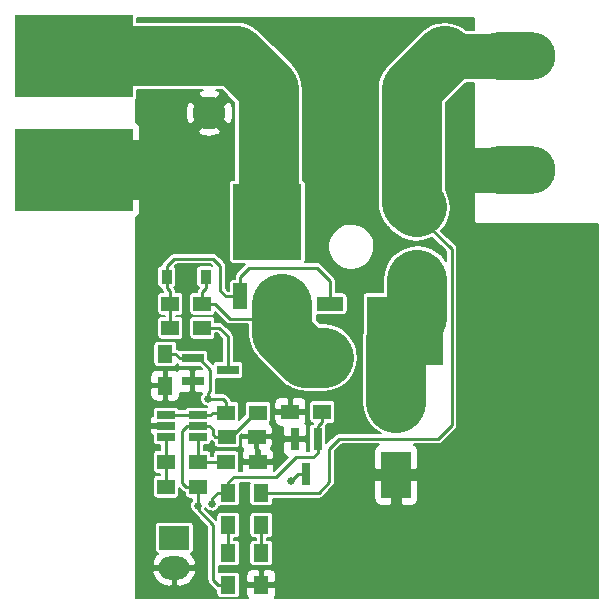
<source format=gtl>
G04 #@! TF.FileFunction,Copper,L1,Top,Signal*
%FSLAX46Y46*%
G04 Gerber Fmt 4.6, Leading zero omitted, Abs format (unit mm)*
G04 Created by KiCad (PCBNEW 4.0.7-e2-6376~58~ubuntu16.04.1) date Mon Nov  6 12:00:07 2017*
%MOMM*%
%LPD*%
G01*
G04 APERTURE LIST*
%ADD10C,0.100000*%
%ADD11R,1.575000X1.960000*%
%ADD12R,3.150000X1.960000*%
%ADD13R,2.200000X1.200000*%
%ADD14R,6.400000X5.800000*%
%ADD15R,3.050000X2.750000*%
%ADD16R,1.100000X1.200000*%
%ADD17R,1.200000X2.200000*%
%ADD18R,5.800000X6.400000*%
%ADD19R,2.750000X3.050000*%
%ADD20R,1.200000X1.100000*%
%ADD21R,10.000000X7.000000*%
%ADD22O,6.850000X4.050000*%
%ADD23R,2.794000X2.794000*%
%ADD24C,2.794000*%
%ADD25R,1.500000X1.250000*%
%ADD26R,2.500000X4.000000*%
%ADD27R,1.300000X1.500000*%
%ADD28R,0.900000X1.200000*%
%ADD29R,1.500000X1.300000*%
%ADD30R,1.560000X0.650000*%
%ADD31R,1.900000X0.800000*%
%ADD32R,2.600000X2.000000*%
%ADD33O,2.600000X2.000000*%
%ADD34R,0.800000X1.900000*%
%ADD35C,0.635000*%
%ADD36C,0.254000*%
%ADD37C,5.080000*%
%ADD38C,3.810000*%
%ADD39C,2.540000*%
%ADD40C,0.203200*%
G04 APERTURE END LIST*
D10*
D11*
X158011000Y-98124000D03*
X156438500Y-98124000D03*
X158013500Y-103044000D03*
X156438500Y-103044000D03*
D12*
X157226000Y-98124000D03*
X157226000Y-103044000D03*
D13*
X149860000Y-105664000D03*
D14*
X156160000Y-107944000D03*
D15*
X157835000Y-109469000D03*
X154485000Y-106419000D03*
X157835000Y-106419000D03*
X154485000Y-109469000D03*
D16*
X149310000Y-110224000D03*
X150410000Y-110224000D03*
D17*
X142246000Y-105038000D03*
D18*
X144526000Y-98738000D03*
D19*
X146051000Y-97063000D03*
X143001000Y-100413000D03*
X143001000Y-97063000D03*
X146051000Y-100413000D03*
D20*
X146806000Y-104488000D03*
X146806000Y-105588000D03*
D21*
X128130800Y-84683600D03*
X128130800Y-94335600D03*
D22*
X165473000Y-84709000D03*
X165473000Y-94352000D03*
D23*
X144627600Y-89509600D03*
D24*
X139627600Y-89509600D03*
D25*
X141124080Y-116907881D03*
X143624080Y-116907881D03*
D26*
X155448000Y-114044000D03*
X155448000Y-120144000D03*
D27*
X141224000Y-126759975D03*
X141224000Y-129459975D03*
D28*
X139318000Y-103378000D03*
X136018000Y-103378000D03*
D27*
X144018000Y-129459975D03*
X144018000Y-126759975D03*
D29*
X138644080Y-121158000D03*
X135944080Y-121158000D03*
X135944080Y-119053992D03*
X138644080Y-119053992D03*
X141024080Y-119053992D03*
X143724080Y-119053992D03*
X143724080Y-114875881D03*
X141024080Y-114875881D03*
D27*
X141224000Y-124379975D03*
X141224000Y-121679975D03*
X135890000Y-109902000D03*
X135890000Y-112602000D03*
D29*
X139018000Y-105664000D03*
X136318000Y-105664000D03*
X136318000Y-107696000D03*
X139018000Y-107696000D03*
D27*
X144018000Y-121679975D03*
X144018000Y-124379975D03*
D30*
X135944080Y-115055992D03*
X135944080Y-116005992D03*
X135944080Y-116955992D03*
X138644080Y-116955992D03*
X138644080Y-115055992D03*
X138644080Y-116005992D03*
D31*
X138200000Y-110302000D03*
X138200000Y-112202000D03*
X141200000Y-111252000D03*
D32*
X136652000Y-125476000D03*
D33*
X136652000Y-128016000D03*
D34*
X148778000Y-117118000D03*
X146878000Y-117118000D03*
X147828000Y-120118000D03*
D29*
X149178000Y-114808000D03*
X146478000Y-114808000D03*
D35*
X138644080Y-122774123D03*
X146558000Y-120650000D03*
X139870420Y-122583529D03*
X139512636Y-113714234D03*
D36*
X144018000Y-121679975D02*
X148862470Y-121679975D01*
X157230658Y-98124000D02*
X157226000Y-98124000D01*
X148862470Y-121679975D02*
X149744650Y-120797795D01*
X160141822Y-115960943D02*
X160141822Y-101035164D01*
X149744650Y-120797795D02*
X149744650Y-117958524D01*
X149744650Y-117958524D02*
X150609174Y-117094000D01*
X150609174Y-117094000D02*
X159008765Y-117094000D01*
X159008765Y-117094000D02*
X160141822Y-115960943D01*
X160141822Y-101035164D02*
X157230658Y-98124000D01*
D37*
X157159526Y-97505313D02*
X156768790Y-97114577D01*
D36*
X157226000Y-98124000D02*
X157764416Y-98124000D01*
D37*
X156768790Y-97114577D02*
X156768790Y-87486838D01*
X156768790Y-87486838D02*
X159546628Y-84709000D01*
D38*
X165473000Y-84709000D02*
X159546628Y-84709000D01*
X165973000Y-94361000D02*
X161800543Y-94361000D01*
D37*
X132130800Y-94335600D02*
X133705600Y-94335600D01*
D36*
X138644080Y-122774123D02*
X138644080Y-123078867D01*
X139939853Y-129040135D02*
X140359693Y-129459975D01*
X138644080Y-123078867D02*
X139939853Y-124374640D01*
X139939853Y-124374640D02*
X139939853Y-129040135D01*
X140359693Y-129459975D02*
X141224000Y-129459975D01*
X141224000Y-129459975D02*
X141224000Y-129359975D01*
X138644080Y-122774123D02*
X138644080Y-122062000D01*
X138644080Y-122062000D02*
X138644080Y-121158000D01*
X146051000Y-100413000D02*
X146516866Y-100413000D01*
X138644080Y-116005992D02*
X137763915Y-116005992D01*
X137763915Y-116005992D02*
X137314428Y-116455479D01*
X137314428Y-116455479D02*
X137314428Y-120832348D01*
X137314428Y-120832348D02*
X137640080Y-121158000D01*
X137640080Y-121158000D02*
X138644080Y-121158000D01*
X141124080Y-116907881D02*
X141431630Y-116907881D01*
X143463630Y-114875881D02*
X143724080Y-114875881D01*
X141431630Y-116907881D02*
X143463630Y-114875881D01*
X138644080Y-116005992D02*
X139602947Y-116005992D01*
X139602947Y-116005992D02*
X139896411Y-116299456D01*
X139896411Y-116684212D02*
X140120080Y-116907881D01*
X139896411Y-116299456D02*
X139896411Y-116684212D01*
X140120080Y-116907881D02*
X141124080Y-116907881D01*
D37*
X132130800Y-84683600D02*
X141856709Y-84683600D01*
X141856709Y-84683600D02*
X144627600Y-87454491D01*
X144627600Y-87454491D02*
X144627600Y-89509600D01*
X144627600Y-89509600D02*
X144627600Y-99223720D01*
X157226000Y-103622549D02*
X157226000Y-106878000D01*
X157226000Y-106878000D02*
X156160000Y-107944000D01*
X155448000Y-114044000D02*
X155448000Y-108656000D01*
X155448000Y-108656000D02*
X156160000Y-107944000D01*
D36*
X141224000Y-126759975D02*
X141224000Y-124379975D01*
X150410000Y-110224000D02*
X149310000Y-110224000D01*
X146806000Y-104488000D02*
X146806000Y-105588000D01*
X139018000Y-105664000D02*
X140094470Y-105664000D01*
X140094470Y-105664000D02*
X141364470Y-106934000D01*
X141364470Y-106934000D02*
X144606000Y-106934000D01*
X144606000Y-106934000D02*
X145952000Y-105588000D01*
X145952000Y-105588000D02*
X146806000Y-105588000D01*
X139318000Y-103378000D02*
X139318000Y-104371931D01*
X139318000Y-104371931D02*
X139018000Y-104671931D01*
X139018000Y-104671931D02*
X139018000Y-105664000D01*
D39*
X146806000Y-105588000D02*
X145872000Y-105588000D01*
X145872000Y-105588000D02*
X145796000Y-105664000D01*
D37*
X145796000Y-108237762D02*
X145796000Y-105664000D01*
X149310000Y-110224000D02*
X147782238Y-110224000D01*
X147782238Y-110224000D02*
X145796000Y-108237762D01*
D36*
X142246000Y-105038000D02*
X142246000Y-103684000D01*
X142246000Y-103684000D02*
X142240000Y-103678000D01*
X142240000Y-103678000D02*
X142240000Y-103382550D01*
X148721977Y-102616000D02*
X149860000Y-103754023D01*
X142240000Y-103382550D02*
X143006550Y-102616000D01*
X143006550Y-102616000D02*
X148721977Y-102616000D01*
X149860000Y-103754023D02*
X149860000Y-105664000D01*
X142246000Y-105038000D02*
X140996881Y-105038000D01*
X139954000Y-101854000D02*
X136652000Y-101854000D01*
X140996881Y-105038000D02*
X140531084Y-104572203D01*
X140531084Y-104572203D02*
X140531084Y-102431084D01*
X140531084Y-102431084D02*
X139954000Y-101854000D01*
X136018000Y-102488000D02*
X136018000Y-103378000D01*
X136652000Y-101854000D02*
X136018000Y-102488000D01*
X136018000Y-103378000D02*
X136018000Y-104319201D01*
X136018000Y-104319201D02*
X136318000Y-104619201D01*
X136318000Y-104619201D02*
X136318000Y-105664000D01*
X136318000Y-107696000D02*
X136318000Y-105664000D01*
X144018000Y-126759975D02*
X144018000Y-124379975D01*
X147828000Y-120118000D02*
X147090000Y-120118000D01*
X147090000Y-120118000D02*
X146558000Y-120650000D01*
X141200000Y-108434000D02*
X140462000Y-107696000D01*
X140462000Y-107696000D02*
X139018000Y-107696000D01*
X141200000Y-111252000D02*
X141200000Y-108434000D01*
X135944080Y-119053992D02*
X135944080Y-121158000D01*
X135944080Y-119053992D02*
X135944080Y-116955992D01*
X138644080Y-119053992D02*
X141024080Y-119053992D01*
X138644080Y-116955992D02*
X138644080Y-119053992D01*
X141224000Y-121679975D02*
X141224000Y-120799919D01*
X141224000Y-120799919D02*
X141699969Y-120323950D01*
X141699969Y-120323950D02*
X145240439Y-120323950D01*
X145240439Y-120323950D02*
X146920487Y-118643902D01*
X146920487Y-118643902D02*
X148399409Y-118643902D01*
X148399409Y-118643902D02*
X148778000Y-118265311D01*
X148778000Y-118265311D02*
X148778000Y-117118000D01*
X149178000Y-114808000D02*
X149178000Y-115654704D01*
X149178000Y-115654704D02*
X148778000Y-116054704D01*
X148778000Y-116054704D02*
X148778000Y-117118000D01*
X139870420Y-122134517D02*
X139870420Y-122583529D01*
X140320000Y-121679975D02*
X139870420Y-122129555D01*
X139870420Y-122129555D02*
X139870420Y-122134517D01*
X141224000Y-121679975D02*
X140320000Y-121679975D01*
X139512636Y-113714234D02*
X140766433Y-113714234D01*
X140766433Y-113714234D02*
X141024080Y-113971881D01*
X141024080Y-113971881D02*
X141024080Y-114875881D01*
X139512636Y-113714234D02*
X139512636Y-113261199D01*
X139700000Y-113073835D02*
X139700000Y-111252000D01*
X139700000Y-111252000D02*
X138750000Y-110302000D01*
X139512636Y-113261199D02*
X139700000Y-113073835D01*
X138750000Y-110302000D02*
X138200000Y-110302000D01*
X139886119Y-114875881D02*
X139706008Y-115055992D01*
X141024080Y-114875881D02*
X139886119Y-114875881D01*
X139406838Y-113714234D02*
X139512636Y-113714234D01*
X141224000Y-121679975D02*
X141210025Y-121679975D01*
X135944080Y-115055992D02*
X136978080Y-115055992D01*
X136978080Y-115055992D02*
X138644080Y-115055992D01*
X139706008Y-115055992D02*
X138644080Y-115055992D01*
X138200000Y-110302000D02*
X137094210Y-110302000D01*
X137094210Y-110302000D02*
X136694131Y-109901921D01*
X136694131Y-109901921D02*
X135890079Y-109901921D01*
D40*
G36*
X162002400Y-82448400D02*
X161335381Y-82448400D01*
X161174197Y-82314106D01*
X160678029Y-82043586D01*
X160138767Y-81874592D01*
X159576950Y-81813559D01*
X159013978Y-81862813D01*
X158471295Y-82020477D01*
X157969571Y-82280546D01*
X157527917Y-82633114D01*
X157499129Y-82661502D01*
X154721292Y-85439340D01*
X154551515Y-85646029D01*
X154379591Y-85850920D01*
X154372257Y-85864260D01*
X154362591Y-85876028D01*
X154236194Y-86111759D01*
X154107342Y-86346140D01*
X154102737Y-86360655D01*
X154095543Y-86374073D01*
X154017336Y-86629876D01*
X153936466Y-86884809D01*
X153934769Y-86899936D01*
X153930316Y-86914502D01*
X153903285Y-87180618D01*
X153873472Y-87446409D01*
X153873264Y-87476176D01*
X153873208Y-87476731D01*
X153873257Y-87477248D01*
X153873190Y-87486838D01*
X153873190Y-97114577D01*
X153899290Y-97380772D01*
X153922602Y-97647227D01*
X153926850Y-97661850D01*
X153928336Y-97677002D01*
X154005640Y-97933044D01*
X154080267Y-98189910D01*
X154087274Y-98203429D01*
X154091675Y-98218004D01*
X154217255Y-98454187D01*
X154340336Y-98691634D01*
X154349833Y-98703531D01*
X154356983Y-98716978D01*
X154526048Y-98924271D01*
X154692903Y-99133288D01*
X154713799Y-99154476D01*
X154714157Y-99154916D01*
X154714564Y-99155253D01*
X154721292Y-99162075D01*
X155112027Y-99552811D01*
X155548716Y-99911512D01*
X156046760Y-100178560D01*
X156587189Y-100343787D01*
X157149419Y-100400895D01*
X157712032Y-100347712D01*
X158253602Y-100186264D01*
X158487239Y-100063081D01*
X159659222Y-101235063D01*
X159659222Y-102060424D01*
X159637807Y-102020148D01*
X159280633Y-101582210D01*
X158845199Y-101221988D01*
X158348090Y-100953202D01*
X157808241Y-100786091D01*
X157246215Y-100727020D01*
X156683419Y-100778238D01*
X156141289Y-100937795D01*
X155640476Y-101199614D01*
X155200055Y-101553722D01*
X154836801Y-101986631D01*
X154564552Y-102481851D01*
X154393676Y-103020520D01*
X154330682Y-103582120D01*
X154330400Y-103622549D01*
X154330400Y-104686680D01*
X152960000Y-104686680D01*
X152903372Y-104691196D01*
X152807325Y-104720940D01*
X152723367Y-104776264D01*
X152658146Y-104852788D01*
X152616827Y-104944453D01*
X152602680Y-105044000D01*
X152602680Y-108151063D01*
X152582495Y-108349780D01*
X152552682Y-108615571D01*
X152552474Y-108645338D01*
X152552418Y-108645893D01*
X152552467Y-108646410D01*
X152552400Y-108656000D01*
X152552400Y-114044000D01*
X152607546Y-114606425D01*
X152770885Y-115147427D01*
X153036193Y-115646401D01*
X153393367Y-116084339D01*
X153828801Y-116444561D01*
X154137363Y-116611400D01*
X150609174Y-116611400D01*
X150564893Y-116615742D01*
X150520399Y-116619635D01*
X150517960Y-116620344D01*
X150515437Y-116620591D01*
X150472807Y-116633462D01*
X150429952Y-116645912D01*
X150427697Y-116647081D01*
X150425269Y-116647814D01*
X150385936Y-116668728D01*
X150346331Y-116689257D01*
X150344346Y-116690841D01*
X150342107Y-116692032D01*
X150307577Y-116720195D01*
X150272722Y-116748019D01*
X150269191Y-116751502D01*
X150269118Y-116751561D01*
X150269062Y-116751628D01*
X150267925Y-116752750D01*
X149535320Y-117485354D01*
X149535320Y-116168000D01*
X149530804Y-116111372D01*
X149501060Y-116015325D01*
X149500591Y-116014613D01*
X149519249Y-115995954D01*
X149547498Y-115961563D01*
X149576200Y-115927357D01*
X149577424Y-115925131D01*
X149579032Y-115923173D01*
X149600074Y-115883930D01*
X149621575Y-115844820D01*
X149622343Y-115842400D01*
X149623541Y-115840165D01*
X149631137Y-115815320D01*
X149928000Y-115815320D01*
X149984628Y-115810804D01*
X150080675Y-115781060D01*
X150164633Y-115725736D01*
X150229854Y-115649212D01*
X150271173Y-115557547D01*
X150285320Y-115458000D01*
X150285320Y-114158000D01*
X150280804Y-114101372D01*
X150251060Y-114005325D01*
X150195736Y-113921367D01*
X150119212Y-113856146D01*
X150027547Y-113814827D01*
X149928000Y-113800680D01*
X148428000Y-113800680D01*
X148371372Y-113805196D01*
X148275325Y-113834940D01*
X148191367Y-113890264D01*
X148126146Y-113966788D01*
X148084827Y-114058453D01*
X148070680Y-114158000D01*
X148070680Y-115458000D01*
X148075196Y-115514628D01*
X148104940Y-115610675D01*
X148160264Y-115694633D01*
X148236788Y-115759854D01*
X148328453Y-115801173D01*
X148366089Y-115806522D01*
X148363228Y-115811858D01*
X148321372Y-115815196D01*
X148225325Y-115844940D01*
X148141367Y-115900264D01*
X148076146Y-115976788D01*
X148034827Y-116068453D01*
X148020680Y-116168000D01*
X148020680Y-118068000D01*
X148025196Y-118124628D01*
X148036553Y-118161302D01*
X147880984Y-118161302D01*
X147887600Y-118128040D01*
X147887600Y-117422800D01*
X147735200Y-117270400D01*
X147030400Y-117270400D01*
X147030400Y-117290400D01*
X146725600Y-117290400D01*
X146725600Y-117270400D01*
X146020800Y-117270400D01*
X145868400Y-117422800D01*
X145868400Y-118128040D01*
X145891827Y-118245813D01*
X145937779Y-118356754D01*
X146004493Y-118456597D01*
X146089402Y-118541507D01*
X146189246Y-118608220D01*
X146248943Y-118632947D01*
X145075194Y-119806695D01*
X145083680Y-119764033D01*
X145083680Y-119358792D01*
X144931280Y-119206392D01*
X143876480Y-119206392D01*
X143876480Y-119226392D01*
X143571680Y-119226392D01*
X143571680Y-119206392D01*
X142516880Y-119206392D01*
X142364480Y-119358792D01*
X142364480Y-119764033D01*
X142379860Y-119841350D01*
X142100209Y-119841350D01*
X142117253Y-119803539D01*
X142131400Y-119703992D01*
X142131400Y-118403992D01*
X142126884Y-118347364D01*
X142097140Y-118251317D01*
X142041816Y-118167359D01*
X141965292Y-118102138D01*
X141873627Y-118060819D01*
X141774080Y-118046672D01*
X140274080Y-118046672D01*
X140217452Y-118051188D01*
X140121405Y-118080932D01*
X140037447Y-118136256D01*
X139972226Y-118212780D01*
X139930907Y-118304445D01*
X139916760Y-118403992D01*
X139916760Y-118571392D01*
X139751400Y-118571392D01*
X139751400Y-118403992D01*
X139746884Y-118347364D01*
X139717140Y-118251317D01*
X139661816Y-118167359D01*
X139585292Y-118102138D01*
X139493627Y-118060819D01*
X139394080Y-118046672D01*
X139126680Y-118046672D01*
X139126680Y-117638312D01*
X139424080Y-117638312D01*
X139480708Y-117633796D01*
X139576755Y-117604052D01*
X139660713Y-117548728D01*
X139725934Y-117472204D01*
X139767253Y-117380539D01*
X139781400Y-117280992D01*
X139781400Y-117251242D01*
X139813255Y-117277408D01*
X139847427Y-117306081D01*
X139849653Y-117307304D01*
X139851612Y-117308914D01*
X139890889Y-117329974D01*
X139929964Y-117351456D01*
X139932382Y-117352223D01*
X139934620Y-117353423D01*
X139977268Y-117366462D01*
X140016760Y-117378989D01*
X140016760Y-117532881D01*
X140021276Y-117589509D01*
X140051020Y-117685556D01*
X140106344Y-117769514D01*
X140182868Y-117834735D01*
X140274533Y-117876054D01*
X140374080Y-117890201D01*
X141874080Y-117890201D01*
X141930708Y-117885685D01*
X142026755Y-117855941D01*
X142110713Y-117800617D01*
X142175934Y-117724093D01*
X142217253Y-117632428D01*
X142231400Y-117532881D01*
X142231400Y-117212681D01*
X142264480Y-117212681D01*
X142264480Y-117592922D01*
X142287907Y-117710695D01*
X142333860Y-117821635D01*
X142400573Y-117921479D01*
X142485483Y-118006388D01*
X142500076Y-118016139D01*
X142433860Y-118115238D01*
X142387907Y-118226178D01*
X142364480Y-118343951D01*
X142364480Y-118749192D01*
X142516880Y-118901592D01*
X143571680Y-118901592D01*
X143571680Y-117946792D01*
X143471680Y-117846792D01*
X143471680Y-117060281D01*
X143776480Y-117060281D01*
X143776480Y-117990081D01*
X143876480Y-118090081D01*
X143876480Y-118901592D01*
X144931280Y-118901592D01*
X145083680Y-118749192D01*
X145083680Y-118343951D01*
X145060253Y-118226178D01*
X145014300Y-118115238D01*
X144947587Y-118015394D01*
X144862677Y-117930485D01*
X144848084Y-117920734D01*
X144914300Y-117821635D01*
X144960253Y-117710695D01*
X144983680Y-117592922D01*
X144983680Y-117212681D01*
X144831280Y-117060281D01*
X143776480Y-117060281D01*
X143471680Y-117060281D01*
X142416880Y-117060281D01*
X142264480Y-117212681D01*
X142231400Y-117212681D01*
X142231400Y-116790611D01*
X142341705Y-116680306D01*
X142416880Y-116755481D01*
X143471680Y-116755481D01*
X143471680Y-116735481D01*
X143776480Y-116735481D01*
X143776480Y-116755481D01*
X144831280Y-116755481D01*
X144983680Y-116603081D01*
X144983680Y-116222840D01*
X144960253Y-116105067D01*
X144914300Y-115994127D01*
X144847587Y-115894283D01*
X144762677Y-115809374D01*
X144721012Y-115781534D01*
X144775934Y-115717093D01*
X144817253Y-115625428D01*
X144831400Y-115525881D01*
X144831400Y-115112800D01*
X145118400Y-115112800D01*
X145118400Y-115518041D01*
X145141827Y-115635814D01*
X145187780Y-115746754D01*
X145254493Y-115846598D01*
X145339403Y-115931507D01*
X145439246Y-115998221D01*
X145550187Y-116044173D01*
X145667960Y-116067600D01*
X145876428Y-116067600D01*
X145868400Y-116107960D01*
X145868400Y-116813200D01*
X146020800Y-116965600D01*
X146725600Y-116965600D01*
X146725600Y-116945600D01*
X147030400Y-116945600D01*
X147030400Y-116965600D01*
X147735200Y-116965600D01*
X147887600Y-116813200D01*
X147887600Y-116107960D01*
X147864173Y-115990187D01*
X147818221Y-115879246D01*
X147751507Y-115779403D01*
X147748448Y-115776344D01*
X147768220Y-115746754D01*
X147814173Y-115635814D01*
X147837600Y-115518041D01*
X147837600Y-115112800D01*
X147685200Y-114960400D01*
X146630400Y-114960400D01*
X146630400Y-114980400D01*
X146325600Y-114980400D01*
X146325600Y-114960400D01*
X145270800Y-114960400D01*
X145118400Y-115112800D01*
X144831400Y-115112800D01*
X144831400Y-114225881D01*
X144826884Y-114169253D01*
X144804806Y-114097959D01*
X145118400Y-114097959D01*
X145118400Y-114503200D01*
X145270800Y-114655600D01*
X146325600Y-114655600D01*
X146325600Y-113700800D01*
X146630400Y-113700800D01*
X146630400Y-114655600D01*
X147685200Y-114655600D01*
X147837600Y-114503200D01*
X147837600Y-114097959D01*
X147814173Y-113980186D01*
X147768220Y-113869246D01*
X147701507Y-113769402D01*
X147616597Y-113684493D01*
X147516754Y-113617779D01*
X147405813Y-113571827D01*
X147288040Y-113548400D01*
X146782800Y-113548400D01*
X146630400Y-113700800D01*
X146325600Y-113700800D01*
X146173200Y-113548400D01*
X145667960Y-113548400D01*
X145550187Y-113571827D01*
X145439246Y-113617779D01*
X145339403Y-113684493D01*
X145254493Y-113769402D01*
X145187780Y-113869246D01*
X145141827Y-113980186D01*
X145118400Y-114097959D01*
X144804806Y-114097959D01*
X144797140Y-114073206D01*
X144741816Y-113989248D01*
X144665292Y-113924027D01*
X144573627Y-113882708D01*
X144474080Y-113868561D01*
X142974080Y-113868561D01*
X142917452Y-113873077D01*
X142821405Y-113902821D01*
X142737447Y-113958145D01*
X142672226Y-114034669D01*
X142630907Y-114126334D01*
X142616760Y-114225881D01*
X142616760Y-115040251D01*
X142131400Y-115525611D01*
X142131400Y-114225881D01*
X142126884Y-114169253D01*
X142097140Y-114073206D01*
X142041816Y-113989248D01*
X141965292Y-113924027D01*
X141873627Y-113882708D01*
X141774080Y-113868561D01*
X141494596Y-113868561D01*
X141484604Y-113835468D01*
X141472167Y-113792659D01*
X141471000Y-113790408D01*
X141470266Y-113787976D01*
X141449312Y-113748568D01*
X141428822Y-113709038D01*
X141427241Y-113707057D01*
X141426048Y-113704814D01*
X141397863Y-113670256D01*
X141370061Y-113635429D01*
X141366575Y-113631893D01*
X141366519Y-113631825D01*
X141366456Y-113631773D01*
X141365330Y-113630631D01*
X141107683Y-113372984D01*
X141073236Y-113344689D01*
X141039086Y-113316034D01*
X141036863Y-113314812D01*
X141034902Y-113313201D01*
X140995585Y-113292119D01*
X140956549Y-113270659D01*
X140954133Y-113269893D01*
X140951894Y-113268692D01*
X140909231Y-113255649D01*
X140866771Y-113242180D01*
X140864250Y-113241897D01*
X140861822Y-113241155D01*
X140817467Y-113236650D01*
X140773171Y-113231681D01*
X140768211Y-113231646D01*
X140768118Y-113231637D01*
X140768032Y-113231645D01*
X140766433Y-113231634D01*
X140153999Y-113231634D01*
X140158581Y-113216647D01*
X140172054Y-113174173D01*
X140172337Y-113171652D01*
X140173079Y-113169224D01*
X140177584Y-113124869D01*
X140182553Y-113080573D01*
X140182588Y-113075613D01*
X140182597Y-113075520D01*
X140182589Y-113075434D01*
X140182600Y-113073835D01*
X140182600Y-111999742D01*
X140250000Y-112009320D01*
X142150000Y-112009320D01*
X142206628Y-112004804D01*
X142302675Y-111975060D01*
X142386633Y-111919736D01*
X142451854Y-111843212D01*
X142493173Y-111751547D01*
X142507320Y-111652000D01*
X142507320Y-110852000D01*
X142502804Y-110795372D01*
X142473060Y-110699325D01*
X142417736Y-110615367D01*
X142341212Y-110550146D01*
X142249547Y-110508827D01*
X142150000Y-110494680D01*
X141682600Y-110494680D01*
X141682600Y-108434000D01*
X141678254Y-108389674D01*
X141674365Y-108345225D01*
X141673656Y-108342786D01*
X141673409Y-108340263D01*
X141660524Y-108297587D01*
X141648087Y-108254778D01*
X141646920Y-108252527D01*
X141646186Y-108250095D01*
X141625253Y-108210726D01*
X141604743Y-108171157D01*
X141603159Y-108169172D01*
X141601968Y-108166933D01*
X141573805Y-108132403D01*
X141545981Y-108097548D01*
X141542498Y-108094017D01*
X141542439Y-108093944D01*
X141542372Y-108093888D01*
X141541250Y-108092751D01*
X140803250Y-107354750D01*
X140768803Y-107326455D01*
X140734653Y-107297800D01*
X140732430Y-107296578D01*
X140730469Y-107294967D01*
X140691152Y-107273885D01*
X140652116Y-107252425D01*
X140649700Y-107251659D01*
X140647461Y-107250458D01*
X140604798Y-107237415D01*
X140562338Y-107223946D01*
X140559817Y-107223663D01*
X140557389Y-107222921D01*
X140513034Y-107218416D01*
X140468738Y-107213447D01*
X140463778Y-107213412D01*
X140463685Y-107213403D01*
X140463599Y-107213411D01*
X140462000Y-107213400D01*
X140125320Y-107213400D01*
X140125320Y-107046000D01*
X140120804Y-106989372D01*
X140091060Y-106893325D01*
X140035736Y-106809367D01*
X139959212Y-106744146D01*
X139867547Y-106702827D01*
X139768000Y-106688680D01*
X138268000Y-106688680D01*
X138211372Y-106693196D01*
X138115325Y-106722940D01*
X138031367Y-106778264D01*
X137966146Y-106854788D01*
X137924827Y-106946453D01*
X137910680Y-107046000D01*
X137910680Y-108346000D01*
X137915196Y-108402628D01*
X137944940Y-108498675D01*
X138000264Y-108582633D01*
X138076788Y-108647854D01*
X138168453Y-108689173D01*
X138268000Y-108703320D01*
X139768000Y-108703320D01*
X139824628Y-108698804D01*
X139920675Y-108669060D01*
X140004633Y-108613736D01*
X140069854Y-108537212D01*
X140111173Y-108445547D01*
X140125320Y-108346000D01*
X140125320Y-108178600D01*
X140262100Y-108178600D01*
X140717400Y-108633899D01*
X140717400Y-110494680D01*
X140250000Y-110494680D01*
X140193372Y-110499196D01*
X140097325Y-110528940D01*
X140013367Y-110584264D01*
X139948146Y-110660788D01*
X139906827Y-110752453D01*
X139903856Y-110773356D01*
X139507320Y-110376820D01*
X139507320Y-109902000D01*
X139502804Y-109845372D01*
X139473060Y-109749325D01*
X139417736Y-109665367D01*
X139341212Y-109600146D01*
X139249547Y-109558827D01*
X139150000Y-109544680D01*
X137250000Y-109544680D01*
X137193372Y-109549196D01*
X137097325Y-109578940D01*
X137070998Y-109596288D01*
X137035381Y-109560671D01*
X137000934Y-109532376D01*
X136966784Y-109503721D01*
X136964561Y-109502499D01*
X136962600Y-109500888D01*
X136923283Y-109479806D01*
X136897320Y-109465533D01*
X136897320Y-109152000D01*
X136892804Y-109095372D01*
X136863060Y-108999325D01*
X136807736Y-108915367D01*
X136731212Y-108850146D01*
X136639547Y-108808827D01*
X136540000Y-108794680D01*
X135240000Y-108794680D01*
X135183372Y-108799196D01*
X135087325Y-108828940D01*
X135003367Y-108884264D01*
X134938146Y-108960788D01*
X134896827Y-109052453D01*
X134882680Y-109152000D01*
X134882680Y-110652000D01*
X134887196Y-110708628D01*
X134916940Y-110804675D01*
X134972264Y-110888633D01*
X135048788Y-110953854D01*
X135140453Y-110995173D01*
X135240000Y-111009320D01*
X136540000Y-111009320D01*
X136596628Y-111004804D01*
X136692675Y-110975060D01*
X136776633Y-110919736D01*
X136841854Y-110843212D01*
X136883173Y-110751547D01*
X136885476Y-110735340D01*
X136895791Y-110741010D01*
X136897196Y-110758628D01*
X136926940Y-110854675D01*
X136982264Y-110938633D01*
X137058788Y-111003854D01*
X137150453Y-111045173D01*
X137250000Y-111059320D01*
X138824820Y-111059320D01*
X138957900Y-111192400D01*
X138504800Y-111192400D01*
X138352400Y-111344800D01*
X138352400Y-112049600D01*
X138372400Y-112049600D01*
X138372400Y-112354400D01*
X138352400Y-112354400D01*
X138352400Y-113059200D01*
X138504800Y-113211600D01*
X139034891Y-113211600D01*
X139031319Y-113243440D01*
X138994516Y-113279480D01*
X138919940Y-113388397D01*
X138867939Y-113509724D01*
X138840494Y-113638841D01*
X138838651Y-113770830D01*
X138862480Y-113900663D01*
X138911073Y-114023395D01*
X138982579Y-114134352D01*
X139074276Y-114229306D01*
X139182669Y-114304641D01*
X139303630Y-114357488D01*
X139377241Y-114373672D01*
X137864080Y-114373672D01*
X137807452Y-114378188D01*
X137711405Y-114407932D01*
X137627447Y-114463256D01*
X137562226Y-114539780D01*
X137547075Y-114573392D01*
X137043895Y-114573392D01*
X136991816Y-114494359D01*
X136915292Y-114429138D01*
X136823627Y-114387819D01*
X136724080Y-114373672D01*
X135164080Y-114373672D01*
X135107452Y-114378188D01*
X135011405Y-114407932D01*
X134927447Y-114463256D01*
X134862226Y-114539780D01*
X134820907Y-114631445D01*
X134806760Y-114730992D01*
X134806760Y-115186586D01*
X134775483Y-115207485D01*
X134690573Y-115292394D01*
X134623860Y-115392238D01*
X134577907Y-115503178D01*
X134554480Y-115620951D01*
X134554480Y-115701192D01*
X134706880Y-115853592D01*
X135791680Y-115853592D01*
X135791680Y-115833592D01*
X136096480Y-115833592D01*
X136096480Y-115853592D01*
X136116480Y-115853592D01*
X136116480Y-116158392D01*
X136096480Y-116158392D01*
X136096480Y-116178392D01*
X135791680Y-116178392D01*
X135791680Y-116158392D01*
X134706880Y-116158392D01*
X134554480Y-116310792D01*
X134554480Y-116391033D01*
X134577907Y-116508806D01*
X134623860Y-116619746D01*
X134690573Y-116719590D01*
X134775483Y-116804499D01*
X134806760Y-116825398D01*
X134806760Y-117280992D01*
X134811276Y-117337620D01*
X134841020Y-117433667D01*
X134896344Y-117517625D01*
X134972868Y-117582846D01*
X135064533Y-117624165D01*
X135164080Y-117638312D01*
X135461480Y-117638312D01*
X135461480Y-118046672D01*
X135194080Y-118046672D01*
X135137452Y-118051188D01*
X135041405Y-118080932D01*
X134957447Y-118136256D01*
X134892226Y-118212780D01*
X134850907Y-118304445D01*
X134836760Y-118403992D01*
X134836760Y-119703992D01*
X134841276Y-119760620D01*
X134871020Y-119856667D01*
X134926344Y-119940625D01*
X135002868Y-120005846D01*
X135094533Y-120047165D01*
X135194080Y-120061312D01*
X135461480Y-120061312D01*
X135461480Y-120150680D01*
X135194080Y-120150680D01*
X135137452Y-120155196D01*
X135041405Y-120184940D01*
X134957447Y-120240264D01*
X134892226Y-120316788D01*
X134850907Y-120408453D01*
X134836760Y-120508000D01*
X134836760Y-121808000D01*
X134841276Y-121864628D01*
X134871020Y-121960675D01*
X134926344Y-122044633D01*
X135002868Y-122109854D01*
X135094533Y-122151173D01*
X135194080Y-122165320D01*
X136694080Y-122165320D01*
X136750708Y-122160804D01*
X136846755Y-122131060D01*
X136930713Y-122075736D01*
X136995934Y-121999212D01*
X137037253Y-121907547D01*
X137051400Y-121808000D01*
X137051400Y-121251820D01*
X137298830Y-121499249D01*
X137333221Y-121527498D01*
X137367427Y-121556200D01*
X137369653Y-121557424D01*
X137371611Y-121559032D01*
X137410854Y-121580074D01*
X137449964Y-121601575D01*
X137452384Y-121602343D01*
X137454619Y-121603541D01*
X137497249Y-121616575D01*
X137536760Y-121629108D01*
X137536760Y-121808000D01*
X137541276Y-121864628D01*
X137571020Y-121960675D01*
X137626344Y-122044633D01*
X137702868Y-122109854D01*
X137794533Y-122151173D01*
X137894080Y-122165320D01*
X138161480Y-122165320D01*
X138161480Y-122304585D01*
X138125960Y-122339369D01*
X138051384Y-122448286D01*
X137999383Y-122569613D01*
X137971938Y-122698730D01*
X137970095Y-122830719D01*
X137993924Y-122960552D01*
X138042517Y-123083284D01*
X138114023Y-123194241D01*
X138205720Y-123289195D01*
X138215591Y-123296056D01*
X138218838Y-123302162D01*
X138239338Y-123341710D01*
X138240919Y-123343691D01*
X138242112Y-123345934D01*
X138270297Y-123380492D01*
X138298099Y-123415319D01*
X138301585Y-123418855D01*
X138301641Y-123418923D01*
X138301704Y-123418975D01*
X138302830Y-123420117D01*
X139457253Y-124574540D01*
X139457253Y-129040135D01*
X139461599Y-129084461D01*
X139465488Y-129128910D01*
X139466197Y-129131349D01*
X139466444Y-129133872D01*
X139479325Y-129176535D01*
X139491766Y-129219358D01*
X139492933Y-129221610D01*
X139493667Y-129224040D01*
X139514611Y-129263430D01*
X139535111Y-129302978D01*
X139536692Y-129304959D01*
X139537885Y-129307202D01*
X139566070Y-129341760D01*
X139593872Y-129376587D01*
X139597358Y-129380123D01*
X139597414Y-129380191D01*
X139597477Y-129380243D01*
X139598603Y-129381385D01*
X140018443Y-129801224D01*
X140052834Y-129829473D01*
X140087040Y-129858175D01*
X140089266Y-129859399D01*
X140091224Y-129861007D01*
X140130467Y-129882049D01*
X140169577Y-129903550D01*
X140171997Y-129904318D01*
X140174232Y-129905516D01*
X140216680Y-129918494D01*
X140216680Y-130209975D01*
X140221196Y-130266603D01*
X140250940Y-130362650D01*
X140306264Y-130446608D01*
X140382788Y-130511829D01*
X140474453Y-130553148D01*
X140574000Y-130567295D01*
X141874000Y-130567295D01*
X141930628Y-130562779D01*
X142026675Y-130533035D01*
X142110633Y-130477711D01*
X142175854Y-130401187D01*
X142217173Y-130309522D01*
X142231320Y-130209975D01*
X142231320Y-128709975D01*
X142226804Y-128653347D01*
X142225748Y-128649935D01*
X142758400Y-128649935D01*
X142758400Y-129155175D01*
X142910800Y-129307575D01*
X143865600Y-129307575D01*
X143865600Y-128252775D01*
X144170400Y-128252775D01*
X144170400Y-129307575D01*
X145125200Y-129307575D01*
X145277600Y-129155175D01*
X145277600Y-128649935D01*
X145254173Y-128532162D01*
X145208221Y-128421221D01*
X145141507Y-128321378D01*
X145056598Y-128236468D01*
X144956754Y-128169755D01*
X144845814Y-128123802D01*
X144728041Y-128100375D01*
X144322800Y-128100375D01*
X144170400Y-128252775D01*
X143865600Y-128252775D01*
X143713200Y-128100375D01*
X143307959Y-128100375D01*
X143190186Y-128123802D01*
X143079246Y-128169755D01*
X142979402Y-128236468D01*
X142894493Y-128321378D01*
X142827779Y-128421221D01*
X142781827Y-128532162D01*
X142758400Y-128649935D01*
X142225748Y-128649935D01*
X142197060Y-128557300D01*
X142141736Y-128473342D01*
X142065212Y-128408121D01*
X141973547Y-128366802D01*
X141874000Y-128352655D01*
X140574000Y-128352655D01*
X140517372Y-128357171D01*
X140422453Y-128386566D01*
X140422453Y-127829708D01*
X140474453Y-127853148D01*
X140574000Y-127867295D01*
X141874000Y-127867295D01*
X141930628Y-127862779D01*
X142026675Y-127833035D01*
X142110633Y-127777711D01*
X142175854Y-127701187D01*
X142217173Y-127609522D01*
X142231320Y-127509975D01*
X142231320Y-126009975D01*
X142226804Y-125953347D01*
X142197060Y-125857300D01*
X142141736Y-125773342D01*
X142065212Y-125708121D01*
X141973547Y-125666802D01*
X141874000Y-125652655D01*
X141706600Y-125652655D01*
X141706600Y-125487295D01*
X141874000Y-125487295D01*
X141930628Y-125482779D01*
X142026675Y-125453035D01*
X142110633Y-125397711D01*
X142175854Y-125321187D01*
X142217173Y-125229522D01*
X142231320Y-125129975D01*
X142231320Y-123629975D01*
X143010680Y-123629975D01*
X143010680Y-125129975D01*
X143015196Y-125186603D01*
X143044940Y-125282650D01*
X143100264Y-125366608D01*
X143176788Y-125431829D01*
X143268453Y-125473148D01*
X143368000Y-125487295D01*
X143535400Y-125487295D01*
X143535400Y-125652655D01*
X143368000Y-125652655D01*
X143311372Y-125657171D01*
X143215325Y-125686915D01*
X143131367Y-125742239D01*
X143066146Y-125818763D01*
X143024827Y-125910428D01*
X143010680Y-126009975D01*
X143010680Y-127509975D01*
X143015196Y-127566603D01*
X143044940Y-127662650D01*
X143100264Y-127746608D01*
X143176788Y-127811829D01*
X143268453Y-127853148D01*
X143368000Y-127867295D01*
X144668000Y-127867295D01*
X144724628Y-127862779D01*
X144820675Y-127833035D01*
X144904633Y-127777711D01*
X144969854Y-127701187D01*
X145011173Y-127609522D01*
X145025320Y-127509975D01*
X145025320Y-126009975D01*
X145020804Y-125953347D01*
X144991060Y-125857300D01*
X144935736Y-125773342D01*
X144859212Y-125708121D01*
X144767547Y-125666802D01*
X144668000Y-125652655D01*
X144500600Y-125652655D01*
X144500600Y-125487295D01*
X144668000Y-125487295D01*
X144724628Y-125482779D01*
X144820675Y-125453035D01*
X144904633Y-125397711D01*
X144969854Y-125321187D01*
X145011173Y-125229522D01*
X145025320Y-125129975D01*
X145025320Y-123629975D01*
X145020804Y-123573347D01*
X144991060Y-123477300D01*
X144935736Y-123393342D01*
X144859212Y-123328121D01*
X144767547Y-123286802D01*
X144668000Y-123272655D01*
X143368000Y-123272655D01*
X143311372Y-123277171D01*
X143215325Y-123306915D01*
X143131367Y-123362239D01*
X143066146Y-123438763D01*
X143024827Y-123530428D01*
X143010680Y-123629975D01*
X142231320Y-123629975D01*
X142226804Y-123573347D01*
X142197060Y-123477300D01*
X142141736Y-123393342D01*
X142065212Y-123328121D01*
X141973547Y-123286802D01*
X141874000Y-123272655D01*
X140574000Y-123272655D01*
X140517372Y-123277171D01*
X140421325Y-123306915D01*
X140337367Y-123362239D01*
X140272146Y-123438763D01*
X140230827Y-123530428D01*
X140216680Y-123629975D01*
X140216680Y-123968967D01*
X139270292Y-123022579D01*
X139285859Y-122987614D01*
X139297372Y-122936938D01*
X139340363Y-123003647D01*
X139432060Y-123098601D01*
X139540453Y-123173936D01*
X139661414Y-123226783D01*
X139790337Y-123255128D01*
X139922309Y-123257893D01*
X140052306Y-123234971D01*
X140175374Y-123187236D01*
X140286827Y-123116506D01*
X140382419Y-123025475D01*
X140458509Y-122917610D01*
X140512199Y-122797020D01*
X140516272Y-122779091D01*
X140574000Y-122787295D01*
X141874000Y-122787295D01*
X141930628Y-122782779D01*
X142026675Y-122753035D01*
X142110633Y-122697711D01*
X142175854Y-122621187D01*
X142217173Y-122529522D01*
X142231320Y-122429975D01*
X142231320Y-120929975D01*
X142226804Y-120873347D01*
X142206118Y-120806550D01*
X143035590Y-120806550D01*
X143024827Y-120830428D01*
X143010680Y-120929975D01*
X143010680Y-122429975D01*
X143015196Y-122486603D01*
X143044940Y-122582650D01*
X143100264Y-122666608D01*
X143176788Y-122731829D01*
X143268453Y-122773148D01*
X143368000Y-122787295D01*
X144668000Y-122787295D01*
X144724628Y-122782779D01*
X144820675Y-122753035D01*
X144904633Y-122697711D01*
X144969854Y-122621187D01*
X145011173Y-122529522D01*
X145025320Y-122429975D01*
X145025320Y-122162575D01*
X148862470Y-122162575D01*
X148906796Y-122158229D01*
X148951245Y-122154340D01*
X148953684Y-122153631D01*
X148956207Y-122153384D01*
X148998870Y-122140503D01*
X149041693Y-122128062D01*
X149043945Y-122126895D01*
X149046375Y-122126161D01*
X149085765Y-122105217D01*
X149125313Y-122084717D01*
X149127294Y-122083136D01*
X149129537Y-122081943D01*
X149164095Y-122053758D01*
X149198922Y-122025956D01*
X149202458Y-122022470D01*
X149202526Y-122022414D01*
X149202578Y-122022351D01*
X149203720Y-122021225D01*
X150085900Y-121139045D01*
X150114195Y-121104598D01*
X150142850Y-121070448D01*
X150144072Y-121068225D01*
X150145683Y-121066264D01*
X150166765Y-121026947D01*
X150188225Y-120987911D01*
X150188991Y-120985495D01*
X150190192Y-120983256D01*
X150203235Y-120940593D01*
X150216704Y-120898133D01*
X150216987Y-120895612D01*
X150217729Y-120893184D01*
X150222234Y-120848829D01*
X150227203Y-120804533D01*
X150227238Y-120799573D01*
X150227247Y-120799480D01*
X150227239Y-120799394D01*
X150227250Y-120797795D01*
X150227250Y-120702800D01*
X153588400Y-120702800D01*
X153588400Y-122204040D01*
X153611827Y-122321813D01*
X153657779Y-122432754D01*
X153724493Y-122532597D01*
X153809402Y-122617507D01*
X153909246Y-122684220D01*
X154020186Y-122730173D01*
X154137959Y-122753600D01*
X154889200Y-122753600D01*
X155041600Y-122601200D01*
X155041600Y-120550400D01*
X155854400Y-120550400D01*
X155854400Y-122601200D01*
X156006800Y-122753600D01*
X156758041Y-122753600D01*
X156875814Y-122730173D01*
X156986754Y-122684220D01*
X157086598Y-122617507D01*
X157171507Y-122532597D01*
X157238221Y-122432754D01*
X157284173Y-122321813D01*
X157307600Y-122204040D01*
X157307600Y-120702800D01*
X157155200Y-120550400D01*
X155854400Y-120550400D01*
X155041600Y-120550400D01*
X153740800Y-120550400D01*
X153588400Y-120702800D01*
X150227250Y-120702800D01*
X150227250Y-118158424D01*
X150809073Y-117576600D01*
X153974864Y-117576600D01*
X153909246Y-117603780D01*
X153809402Y-117670493D01*
X153724493Y-117755403D01*
X153657779Y-117855246D01*
X153611827Y-117966187D01*
X153588400Y-118083960D01*
X153588400Y-119585200D01*
X153740800Y-119737600D01*
X155041600Y-119737600D01*
X155041600Y-119717600D01*
X155854400Y-119717600D01*
X155854400Y-119737600D01*
X157155200Y-119737600D01*
X157307600Y-119585200D01*
X157307600Y-118083960D01*
X157284173Y-117966187D01*
X157238221Y-117855246D01*
X157171507Y-117755403D01*
X157086598Y-117670493D01*
X156986754Y-117603780D01*
X156921136Y-117576600D01*
X159008765Y-117576600D01*
X159053091Y-117572254D01*
X159097540Y-117568365D01*
X159099979Y-117567656D01*
X159102502Y-117567409D01*
X159145165Y-117554528D01*
X159187988Y-117542087D01*
X159190240Y-117540920D01*
X159192670Y-117540186D01*
X159232060Y-117519242D01*
X159271608Y-117498742D01*
X159273589Y-117497161D01*
X159275832Y-117495968D01*
X159310390Y-117467783D01*
X159345217Y-117439981D01*
X159348753Y-117436495D01*
X159348821Y-117436439D01*
X159348873Y-117436376D01*
X159350015Y-117435250D01*
X160483072Y-116302192D01*
X160511328Y-116267792D01*
X160540022Y-116233596D01*
X160541246Y-116231370D01*
X160542855Y-116229411D01*
X160563915Y-116190134D01*
X160585397Y-116151059D01*
X160586164Y-116148641D01*
X160587364Y-116146403D01*
X160600403Y-116103755D01*
X160613876Y-116061281D01*
X160614159Y-116058760D01*
X160614901Y-116056332D01*
X160619406Y-116011977D01*
X160624375Y-115967681D01*
X160624410Y-115962721D01*
X160624419Y-115962628D01*
X160624411Y-115962542D01*
X160624422Y-115960943D01*
X160624422Y-101035164D01*
X160620076Y-100990838D01*
X160616187Y-100946389D01*
X160615478Y-100943950D01*
X160615231Y-100941427D01*
X160602346Y-100898751D01*
X160589909Y-100855942D01*
X160588742Y-100853691D01*
X160588008Y-100851259D01*
X160567075Y-100811890D01*
X160546565Y-100772321D01*
X160544981Y-100770336D01*
X160543790Y-100768097D01*
X160515627Y-100733567D01*
X160487803Y-100698712D01*
X160484320Y-100695181D01*
X160484261Y-100695108D01*
X160484194Y-100695052D01*
X160483072Y-100693915D01*
X159267005Y-99477848D01*
X159554420Y-99132882D01*
X159824940Y-98636714D01*
X159993934Y-98097452D01*
X160054967Y-97535635D01*
X160005713Y-96972663D01*
X159848049Y-96429980D01*
X159664390Y-96075666D01*
X159664390Y-88686234D01*
X161381025Y-86969600D01*
X162002400Y-86969600D01*
X162002400Y-92303000D01*
X162002506Y-92304081D01*
X162002410Y-92304994D01*
X162010027Y-92388686D01*
X162033755Y-92469306D01*
X162072689Y-92543781D01*
X162109781Y-92589914D01*
X162102294Y-92596819D01*
X161797742Y-93015010D01*
X161580627Y-93484581D01*
X161499035Y-93790024D01*
X161595483Y-94199600D01*
X162331400Y-94199600D01*
X162331400Y-94504400D01*
X161595483Y-94504400D01*
X161499035Y-94913976D01*
X161580627Y-95219419D01*
X161797742Y-95688990D01*
X162097710Y-96100886D01*
X162077706Y-96124725D01*
X162076978Y-96126049D01*
X162076016Y-96127212D01*
X162056759Y-96162828D01*
X162037220Y-96198369D01*
X162036763Y-96199810D01*
X162036046Y-96201136D01*
X162024071Y-96239821D01*
X162011810Y-96278473D01*
X162011642Y-96279973D01*
X162011195Y-96281416D01*
X162006954Y-96321767D01*
X162002442Y-96361988D01*
X162002422Y-96364882D01*
X162002410Y-96364994D01*
X162002420Y-96365106D01*
X162002400Y-96368000D01*
X162002400Y-98526000D01*
X162006348Y-98566268D01*
X162010027Y-98606686D01*
X162010454Y-98608136D01*
X162010601Y-98609637D01*
X162022320Y-98648454D01*
X162033755Y-98687306D01*
X162034453Y-98688641D01*
X162034890Y-98690089D01*
X162053919Y-98725878D01*
X162072689Y-98761781D01*
X162073637Y-98762960D01*
X162074344Y-98764290D01*
X162099911Y-98795638D01*
X162125348Y-98827275D01*
X162126506Y-98828247D01*
X162127459Y-98829415D01*
X162158643Y-98855213D01*
X162189725Y-98881294D01*
X162191049Y-98882022D01*
X162192212Y-98882984D01*
X162227828Y-98902241D01*
X162263369Y-98921780D01*
X162264810Y-98922237D01*
X162266136Y-98922954D01*
X162304821Y-98934929D01*
X162343473Y-98947190D01*
X162344973Y-98947358D01*
X162346416Y-98947805D01*
X162386767Y-98952046D01*
X162426988Y-98956558D01*
X162429882Y-98956578D01*
X162429994Y-98956590D01*
X162430106Y-98956580D01*
X162433000Y-98956600D01*
X172505400Y-98956600D01*
X172505400Y-130595400D01*
X145143626Y-130595400D01*
X145208221Y-130498729D01*
X145254173Y-130387788D01*
X145277600Y-130270015D01*
X145277600Y-129764775D01*
X145125200Y-129612375D01*
X144170400Y-129612375D01*
X144170400Y-129632375D01*
X143865600Y-129632375D01*
X143865600Y-129612375D01*
X142910800Y-129612375D01*
X142758400Y-129764775D01*
X142758400Y-130270015D01*
X142781827Y-130387788D01*
X142827779Y-130498729D01*
X142892374Y-130595400D01*
X133366600Y-130595400D01*
X133366600Y-128417189D01*
X134793199Y-128417189D01*
X134814555Y-128536902D01*
X134945720Y-128826834D01*
X135130927Y-129085606D01*
X135363059Y-129303273D01*
X135633196Y-129471471D01*
X135930956Y-129583736D01*
X136244896Y-129635754D01*
X136499600Y-129480167D01*
X136499600Y-128168400D01*
X136804400Y-128168400D01*
X136804400Y-129480167D01*
X137059104Y-129635754D01*
X137373044Y-129583736D01*
X137670804Y-129471471D01*
X137940941Y-129303273D01*
X138173073Y-129085606D01*
X138358280Y-128826834D01*
X138489445Y-128536902D01*
X138510801Y-128417189D01*
X138401209Y-128168400D01*
X136804400Y-128168400D01*
X136499600Y-128168400D01*
X134902791Y-128168400D01*
X134793199Y-128417189D01*
X133366600Y-128417189D01*
X133366600Y-127614811D01*
X134793199Y-127614811D01*
X134902791Y-127863600D01*
X136499600Y-127863600D01*
X136499600Y-127843600D01*
X136804400Y-127843600D01*
X136804400Y-127863600D01*
X138401209Y-127863600D01*
X138510801Y-127614811D01*
X138489445Y-127495098D01*
X138358280Y-127205166D01*
X138173073Y-126946394D01*
X138037976Y-126819715D01*
X138104675Y-126799060D01*
X138188633Y-126743736D01*
X138253854Y-126667212D01*
X138295173Y-126575547D01*
X138309320Y-126476000D01*
X138309320Y-124476000D01*
X138304804Y-124419372D01*
X138275060Y-124323325D01*
X138219736Y-124239367D01*
X138143212Y-124174146D01*
X138051547Y-124132827D01*
X137952000Y-124118680D01*
X135352000Y-124118680D01*
X135295372Y-124123196D01*
X135199325Y-124152940D01*
X135115367Y-124208264D01*
X135050146Y-124284788D01*
X135008827Y-124376453D01*
X134994680Y-124476000D01*
X134994680Y-126476000D01*
X134999196Y-126532628D01*
X135028940Y-126628675D01*
X135084264Y-126712633D01*
X135160788Y-126777854D01*
X135252453Y-126819173D01*
X135264740Y-126820919D01*
X135130927Y-126946394D01*
X134945720Y-127205166D01*
X134814555Y-127495098D01*
X134793199Y-127614811D01*
X133366600Y-127614811D01*
X133366600Y-112906800D01*
X134630400Y-112906800D01*
X134630400Y-113412040D01*
X134653827Y-113529813D01*
X134699779Y-113640754D01*
X134766493Y-113740597D01*
X134851402Y-113825507D01*
X134951246Y-113892220D01*
X135062186Y-113938173D01*
X135179959Y-113961600D01*
X135585200Y-113961600D01*
X135737600Y-113809200D01*
X135737600Y-112754400D01*
X134782800Y-112754400D01*
X134630400Y-112906800D01*
X133366600Y-112906800D01*
X133366600Y-111791960D01*
X134630400Y-111791960D01*
X134630400Y-112297200D01*
X134782800Y-112449600D01*
X135737600Y-112449600D01*
X135737600Y-111394800D01*
X136042400Y-111394800D01*
X136042400Y-112449600D01*
X136062400Y-112449600D01*
X136062400Y-112754400D01*
X136042400Y-112754400D01*
X136042400Y-113809200D01*
X136194800Y-113961600D01*
X136600041Y-113961600D01*
X136717814Y-113938173D01*
X136828754Y-113892220D01*
X136928598Y-113825507D01*
X137013507Y-113740597D01*
X137080221Y-113640754D01*
X137126173Y-113529813D01*
X137149600Y-113412040D01*
X137149600Y-113203572D01*
X137189960Y-113211600D01*
X137895200Y-113211600D01*
X138047600Y-113059200D01*
X138047600Y-112354400D01*
X138027600Y-112354400D01*
X138027600Y-112049600D01*
X138047600Y-112049600D01*
X138047600Y-111344800D01*
X137895200Y-111192400D01*
X137189960Y-111192400D01*
X137072187Y-111215827D01*
X136961246Y-111261779D01*
X136861403Y-111328493D01*
X136858344Y-111331552D01*
X136828754Y-111311780D01*
X136717814Y-111265827D01*
X136600041Y-111242400D01*
X136194800Y-111242400D01*
X136042400Y-111394800D01*
X135737600Y-111394800D01*
X135585200Y-111242400D01*
X135179959Y-111242400D01*
X135062186Y-111265827D01*
X134951246Y-111311780D01*
X134851402Y-111378493D01*
X134766493Y-111463403D01*
X134699779Y-111563246D01*
X134653827Y-111674187D01*
X134630400Y-111791960D01*
X133366600Y-111791960D01*
X133366600Y-98397754D01*
X133419554Y-98375820D01*
X133519398Y-98309107D01*
X133604307Y-98224197D01*
X133671021Y-98124354D01*
X133716973Y-98013413D01*
X133740400Y-97895640D01*
X133740400Y-94640400D01*
X133588000Y-94488000D01*
X129353798Y-94488000D01*
X129364777Y-94367366D01*
X129364504Y-94328339D01*
X129364777Y-94289312D01*
X129364190Y-94283329D01*
X129353666Y-94183200D01*
X133588000Y-94183200D01*
X133740400Y-94030800D01*
X133740400Y-91083241D01*
X138628695Y-91083241D01*
X138795551Y-91346226D01*
X139169847Y-91473260D01*
X139561734Y-91524832D01*
X139956152Y-91498960D01*
X140337943Y-91396638D01*
X140459649Y-91346226D01*
X140626505Y-91083241D01*
X139627600Y-90084336D01*
X138628695Y-91083241D01*
X133740400Y-91083241D01*
X133740400Y-90775560D01*
X133716973Y-90657787D01*
X133671021Y-90546846D01*
X133604307Y-90447003D01*
X133519398Y-90362093D01*
X133419554Y-90295380D01*
X133366600Y-90273446D01*
X133366600Y-89443734D01*
X137612368Y-89443734D01*
X137638240Y-89838152D01*
X137740562Y-90219943D01*
X137790974Y-90341649D01*
X138053959Y-90508505D01*
X139052864Y-89509600D01*
X140202336Y-89509600D01*
X141201241Y-90508505D01*
X141464226Y-90341649D01*
X141591260Y-89967353D01*
X141642832Y-89575466D01*
X141616960Y-89181048D01*
X141514638Y-88799257D01*
X141464226Y-88677551D01*
X141201241Y-88510695D01*
X140202336Y-89509600D01*
X139052864Y-89509600D01*
X138053959Y-88510695D01*
X137790974Y-88677551D01*
X137663940Y-89051847D01*
X137612368Y-89443734D01*
X133366600Y-89443734D01*
X133366600Y-88451885D01*
X133367433Y-88451336D01*
X133432654Y-88374812D01*
X133473973Y-88283147D01*
X133488120Y-88183600D01*
X133488120Y-87579200D01*
X139079052Y-87579200D01*
X138917257Y-87622562D01*
X138795551Y-87672974D01*
X138628695Y-87935959D01*
X139627600Y-88934864D01*
X140626505Y-87935959D01*
X140459649Y-87672974D01*
X140183351Y-87579200D01*
X140657313Y-87579200D01*
X141732000Y-88653888D01*
X141732000Y-95180680D01*
X141626000Y-95180680D01*
X141569372Y-95185196D01*
X141473325Y-95214940D01*
X141389367Y-95270264D01*
X141324146Y-95346788D01*
X141282827Y-95438453D01*
X141268680Y-95538000D01*
X141268680Y-101938000D01*
X141273196Y-101994628D01*
X141302940Y-102090675D01*
X141358264Y-102174633D01*
X141434788Y-102239854D01*
X141526453Y-102281173D01*
X141626000Y-102295320D01*
X142644731Y-102295320D01*
X141898750Y-103041300D01*
X141870455Y-103075747D01*
X141841800Y-103109897D01*
X141840578Y-103112120D01*
X141838967Y-103114081D01*
X141817885Y-103153398D01*
X141796425Y-103192434D01*
X141795659Y-103194850D01*
X141794458Y-103197089D01*
X141781415Y-103239752D01*
X141767946Y-103282212D01*
X141767663Y-103284733D01*
X141766921Y-103287161D01*
X141762416Y-103331516D01*
X141757447Y-103375812D01*
X141757412Y-103380772D01*
X141757403Y-103380865D01*
X141757411Y-103380951D01*
X141757400Y-103382550D01*
X141757400Y-103580680D01*
X141646000Y-103580680D01*
X141589372Y-103585196D01*
X141493325Y-103614940D01*
X141409367Y-103670264D01*
X141344146Y-103746788D01*
X141302827Y-103838453D01*
X141288680Y-103938000D01*
X141288680Y-104555400D01*
X141196780Y-104555400D01*
X141013684Y-104372303D01*
X141013684Y-102431084D01*
X141009338Y-102386758D01*
X141005449Y-102342309D01*
X141004740Y-102339870D01*
X141004493Y-102337347D01*
X140991612Y-102294684D01*
X140979171Y-102251861D01*
X140978004Y-102249609D01*
X140977270Y-102247179D01*
X140956326Y-102207789D01*
X140935826Y-102168241D01*
X140934245Y-102166260D01*
X140933052Y-102164017D01*
X140904867Y-102129459D01*
X140877065Y-102094632D01*
X140873579Y-102091096D01*
X140873523Y-102091028D01*
X140873460Y-102090976D01*
X140872334Y-102089834D01*
X140295250Y-101512750D01*
X140260803Y-101484455D01*
X140226653Y-101455800D01*
X140224430Y-101454578D01*
X140222469Y-101452967D01*
X140183152Y-101431885D01*
X140144116Y-101410425D01*
X140141700Y-101409659D01*
X140139461Y-101408458D01*
X140096798Y-101395415D01*
X140054338Y-101381946D01*
X140051817Y-101381663D01*
X140049389Y-101380921D01*
X140005034Y-101376416D01*
X139960738Y-101371447D01*
X139955778Y-101371412D01*
X139955685Y-101371403D01*
X139955599Y-101371411D01*
X139954000Y-101371400D01*
X136652000Y-101371400D01*
X136607628Y-101375751D01*
X136563225Y-101379636D01*
X136560791Y-101380343D01*
X136558263Y-101380591D01*
X136515558Y-101393484D01*
X136472777Y-101405913D01*
X136470525Y-101407080D01*
X136468095Y-101407814D01*
X136428705Y-101428758D01*
X136389157Y-101449258D01*
X136387176Y-101450839D01*
X136384933Y-101452032D01*
X136350375Y-101480217D01*
X136315548Y-101508019D01*
X136312017Y-101511502D01*
X136311944Y-101511561D01*
X136311888Y-101511628D01*
X136310750Y-101512751D01*
X135676750Y-102146750D01*
X135648455Y-102181197D01*
X135619800Y-102215347D01*
X135618578Y-102217570D01*
X135616967Y-102219531D01*
X135595885Y-102258848D01*
X135574425Y-102297884D01*
X135573659Y-102300300D01*
X135572458Y-102302539D01*
X135559415Y-102345202D01*
X135545946Y-102387662D01*
X135545663Y-102390183D01*
X135544921Y-102392611D01*
X135541858Y-102422765D01*
X135511372Y-102425196D01*
X135415325Y-102454940D01*
X135331367Y-102510264D01*
X135266146Y-102586788D01*
X135224827Y-102678453D01*
X135210680Y-102778000D01*
X135210680Y-103978000D01*
X135215196Y-104034628D01*
X135244940Y-104130675D01*
X135300264Y-104214633D01*
X135376788Y-104279854D01*
X135468453Y-104321173D01*
X135536542Y-104330849D01*
X135539746Y-104363527D01*
X135543635Y-104407976D01*
X135544344Y-104410415D01*
X135544591Y-104412938D01*
X135557472Y-104455601D01*
X135569913Y-104498424D01*
X135571080Y-104500676D01*
X135571814Y-104503106D01*
X135592758Y-104542496D01*
X135613258Y-104582044D01*
X135614839Y-104584025D01*
X135616032Y-104586268D01*
X135644217Y-104620826D01*
X135672019Y-104655653D01*
X135673032Y-104656680D01*
X135568000Y-104656680D01*
X135511372Y-104661196D01*
X135415325Y-104690940D01*
X135331367Y-104746264D01*
X135266146Y-104822788D01*
X135224827Y-104914453D01*
X135210680Y-105014000D01*
X135210680Y-106314000D01*
X135215196Y-106370628D01*
X135244940Y-106466675D01*
X135300264Y-106550633D01*
X135376788Y-106615854D01*
X135468453Y-106657173D01*
X135568000Y-106671320D01*
X135835400Y-106671320D01*
X135835400Y-106688680D01*
X135568000Y-106688680D01*
X135511372Y-106693196D01*
X135415325Y-106722940D01*
X135331367Y-106778264D01*
X135266146Y-106854788D01*
X135224827Y-106946453D01*
X135210680Y-107046000D01*
X135210680Y-108346000D01*
X135215196Y-108402628D01*
X135244940Y-108498675D01*
X135300264Y-108582633D01*
X135376788Y-108647854D01*
X135468453Y-108689173D01*
X135568000Y-108703320D01*
X137068000Y-108703320D01*
X137124628Y-108698804D01*
X137220675Y-108669060D01*
X137304633Y-108613736D01*
X137369854Y-108537212D01*
X137411173Y-108445547D01*
X137425320Y-108346000D01*
X137425320Y-107046000D01*
X137420804Y-106989372D01*
X137391060Y-106893325D01*
X137335736Y-106809367D01*
X137259212Y-106744146D01*
X137167547Y-106702827D01*
X137068000Y-106688680D01*
X136800600Y-106688680D01*
X136800600Y-106671320D01*
X137068000Y-106671320D01*
X137124628Y-106666804D01*
X137220675Y-106637060D01*
X137304633Y-106581736D01*
X137369854Y-106505212D01*
X137411173Y-106413547D01*
X137425320Y-106314000D01*
X137425320Y-105014000D01*
X137420804Y-104957372D01*
X137391060Y-104861325D01*
X137335736Y-104777367D01*
X137259212Y-104712146D01*
X137167547Y-104670827D01*
X137068000Y-104656680D01*
X136800600Y-104656680D01*
X136800600Y-104619201D01*
X136796254Y-104574875D01*
X136792365Y-104530426D01*
X136791656Y-104527987D01*
X136791409Y-104525464D01*
X136778528Y-104482801D01*
X136766087Y-104439978D01*
X136764920Y-104437726D01*
X136764186Y-104435296D01*
X136743242Y-104395906D01*
X136722742Y-104356358D01*
X136721161Y-104354377D01*
X136719968Y-104352134D01*
X136691783Y-104317576D01*
X136663981Y-104282749D01*
X136660495Y-104279213D01*
X136660439Y-104279145D01*
X136660376Y-104279093D01*
X136659250Y-104277951D01*
X136657858Y-104276559D01*
X136704633Y-104245736D01*
X136769854Y-104169212D01*
X136811173Y-104077547D01*
X136825320Y-103978000D01*
X136825320Y-102778000D01*
X136820804Y-102721372D01*
X136791060Y-102625325D01*
X136735736Y-102541367D01*
X136687902Y-102500598D01*
X136851899Y-102336600D01*
X139754100Y-102336600D01*
X139849806Y-102432306D01*
X139768000Y-102420680D01*
X138868000Y-102420680D01*
X138811372Y-102425196D01*
X138715325Y-102454940D01*
X138631367Y-102510264D01*
X138566146Y-102586788D01*
X138524827Y-102678453D01*
X138510680Y-102778000D01*
X138510680Y-103978000D01*
X138515196Y-104034628D01*
X138544940Y-104130675D01*
X138600264Y-104214633D01*
X138676788Y-104279854D01*
X138711797Y-104295634D01*
X138676750Y-104330681D01*
X138648455Y-104365128D01*
X138619800Y-104399278D01*
X138618578Y-104401501D01*
X138616967Y-104403462D01*
X138595885Y-104442779D01*
X138574425Y-104481815D01*
X138573659Y-104484231D01*
X138572458Y-104486470D01*
X138559415Y-104529133D01*
X138545946Y-104571593D01*
X138545663Y-104574114D01*
X138544921Y-104576542D01*
X138540416Y-104620897D01*
X138536402Y-104656680D01*
X138268000Y-104656680D01*
X138211372Y-104661196D01*
X138115325Y-104690940D01*
X138031367Y-104746264D01*
X137966146Y-104822788D01*
X137924827Y-104914453D01*
X137910680Y-105014000D01*
X137910680Y-106314000D01*
X137915196Y-106370628D01*
X137944940Y-106466675D01*
X138000264Y-106550633D01*
X138076788Y-106615854D01*
X138168453Y-106657173D01*
X138268000Y-106671320D01*
X139768000Y-106671320D01*
X139824628Y-106666804D01*
X139920675Y-106637060D01*
X140004633Y-106581736D01*
X140069854Y-106505212D01*
X140111173Y-106413547D01*
X140117437Y-106369467D01*
X141023220Y-107275250D01*
X141057667Y-107303545D01*
X141091817Y-107332200D01*
X141094040Y-107333422D01*
X141096001Y-107335033D01*
X141135283Y-107356096D01*
X141174354Y-107377575D01*
X141176774Y-107378343D01*
X141179009Y-107379541D01*
X141221639Y-107392575D01*
X141264132Y-107406054D01*
X141266652Y-107406337D01*
X141269080Y-107407079D01*
X141313441Y-107411585D01*
X141357732Y-107416553D01*
X141362692Y-107416588D01*
X141362785Y-107416597D01*
X141362871Y-107416589D01*
X141364470Y-107416600D01*
X142900400Y-107416600D01*
X142900400Y-108237762D01*
X142926500Y-108503957D01*
X142949812Y-108770412D01*
X142954060Y-108785035D01*
X142955546Y-108800187D01*
X143032850Y-109056229D01*
X143107477Y-109313095D01*
X143114484Y-109326614D01*
X143118885Y-109341189D01*
X143244465Y-109577372D01*
X143367546Y-109814819D01*
X143377043Y-109826716D01*
X143384193Y-109840163D01*
X143553258Y-110047456D01*
X143720113Y-110256473D01*
X143741009Y-110277661D01*
X143741367Y-110278101D01*
X143741774Y-110278438D01*
X143748502Y-110285260D01*
X145734740Y-112271499D01*
X145941459Y-112441300D01*
X146146320Y-112613199D01*
X146159660Y-112620533D01*
X146171428Y-112630199D01*
X146407159Y-112756596D01*
X146641540Y-112885448D01*
X146656055Y-112890053D01*
X146669473Y-112897247D01*
X146925276Y-112975454D01*
X147180209Y-113056324D01*
X147195336Y-113058021D01*
X147209902Y-113062474D01*
X147476062Y-113089510D01*
X147741809Y-113119318D01*
X147771565Y-113119526D01*
X147772131Y-113119583D01*
X147772658Y-113119533D01*
X147782238Y-113119600D01*
X149310000Y-113119600D01*
X149872425Y-113064454D01*
X150413427Y-112901115D01*
X150912401Y-112635807D01*
X151350339Y-112278633D01*
X151710561Y-111843199D01*
X151979347Y-111346090D01*
X152146458Y-110806241D01*
X152205529Y-110244215D01*
X152154311Y-109681419D01*
X151994754Y-109139289D01*
X151732935Y-108638476D01*
X151378827Y-108198055D01*
X150945918Y-107834801D01*
X150450698Y-107562552D01*
X149912029Y-107391676D01*
X149350429Y-107328682D01*
X149310000Y-107328400D01*
X148981635Y-107328400D01*
X148691600Y-107038366D01*
X148691600Y-106611599D01*
X148760000Y-106621320D01*
X150960000Y-106621320D01*
X151016628Y-106616804D01*
X151112675Y-106587060D01*
X151196633Y-106531736D01*
X151261854Y-106455212D01*
X151303173Y-106363547D01*
X151317320Y-106264000D01*
X151317320Y-105064000D01*
X151312804Y-105007372D01*
X151283060Y-104911325D01*
X151227736Y-104827367D01*
X151151212Y-104762146D01*
X151059547Y-104720827D01*
X150960000Y-104706680D01*
X150342600Y-104706680D01*
X150342600Y-103754023D01*
X150338258Y-103709742D01*
X150334365Y-103665248D01*
X150333656Y-103662809D01*
X150333409Y-103660286D01*
X150320538Y-103617656D01*
X150308088Y-103574801D01*
X150306919Y-103572546D01*
X150306186Y-103570118D01*
X150285272Y-103530785D01*
X150264743Y-103491180D01*
X150263159Y-103489195D01*
X150261968Y-103486956D01*
X150233805Y-103452426D01*
X150205981Y-103417571D01*
X150202498Y-103414040D01*
X150202439Y-103413967D01*
X150202372Y-103413911D01*
X150201250Y-103412774D01*
X149063227Y-102274750D01*
X149028780Y-102246455D01*
X148994630Y-102217800D01*
X148992407Y-102216578D01*
X148990446Y-102214967D01*
X148951129Y-102193885D01*
X148912093Y-102172425D01*
X148909677Y-102171659D01*
X148907438Y-102170458D01*
X148864775Y-102157415D01*
X148822315Y-102143946D01*
X148819794Y-102143663D01*
X148817366Y-102142921D01*
X148773011Y-102138416D01*
X148728715Y-102133447D01*
X148723755Y-102133412D01*
X148723662Y-102133403D01*
X148723576Y-102133411D01*
X148721977Y-102133400D01*
X147724285Y-102133400D01*
X147727854Y-102129212D01*
X147769173Y-102037547D01*
X147783320Y-101938000D01*
X147783320Y-101002432D01*
X149679830Y-101002432D01*
X149749061Y-101379644D01*
X149890242Y-101736226D01*
X150097994Y-102058594D01*
X150364404Y-102334470D01*
X150679326Y-102553346D01*
X151030762Y-102706885D01*
X151405329Y-102789239D01*
X151788758Y-102797270D01*
X152166444Y-102730674D01*
X152524002Y-102591986D01*
X152847813Y-102386490D01*
X153125542Y-102122012D01*
X153346611Y-101808626D01*
X153502600Y-101458270D01*
X153587567Y-101084288D01*
X153593684Y-100646244D01*
X153519192Y-100270035D01*
X153373047Y-99915459D01*
X153160814Y-99596023D01*
X152890578Y-99323894D01*
X152572631Y-99109436D01*
X152219085Y-98960819D01*
X151843405Y-98883703D01*
X151459901Y-98881025D01*
X151083182Y-98952889D01*
X150727595Y-99096555D01*
X150406685Y-99306553D01*
X150132675Y-99574882D01*
X149916003Y-99891324D01*
X149764921Y-100243824D01*
X149685184Y-100618957D01*
X149679830Y-101002432D01*
X147783320Y-101002432D01*
X147783320Y-95538000D01*
X147778804Y-95481372D01*
X147749060Y-95385325D01*
X147693736Y-95301367D01*
X147617212Y-95236146D01*
X147525547Y-95194827D01*
X147523200Y-95194493D01*
X147523200Y-87454491D01*
X147497100Y-87188296D01*
X147473788Y-86921841D01*
X147469540Y-86907218D01*
X147468054Y-86892066D01*
X147390746Y-86636010D01*
X147316123Y-86379159D01*
X147309116Y-86365642D01*
X147304715Y-86351064D01*
X147179135Y-86114881D01*
X147056055Y-85877435D01*
X147046557Y-85865537D01*
X147039407Y-85852090D01*
X146870347Y-85644802D01*
X146703487Y-85435780D01*
X146682588Y-85414587D01*
X146682233Y-85414152D01*
X146681830Y-85413819D01*
X146675099Y-85406993D01*
X143904207Y-82636102D01*
X143697518Y-82466325D01*
X143492627Y-82294401D01*
X143479287Y-82287067D01*
X143467519Y-82277401D01*
X143231788Y-82151004D01*
X142997407Y-82022152D01*
X142982892Y-82017547D01*
X142969474Y-82010353D01*
X142713671Y-81932146D01*
X142458738Y-81851276D01*
X142443611Y-81849579D01*
X142429045Y-81845126D01*
X142162929Y-81818095D01*
X141897138Y-81788282D01*
X141867371Y-81788074D01*
X141866816Y-81788018D01*
X141866299Y-81788067D01*
X141856709Y-81788000D01*
X133488120Y-81788000D01*
X133488120Y-81456600D01*
X162002400Y-81456600D01*
X162002400Y-82448400D01*
X162002400Y-82448400D01*
G37*
X162002400Y-82448400D02*
X161335381Y-82448400D01*
X161174197Y-82314106D01*
X160678029Y-82043586D01*
X160138767Y-81874592D01*
X159576950Y-81813559D01*
X159013978Y-81862813D01*
X158471295Y-82020477D01*
X157969571Y-82280546D01*
X157527917Y-82633114D01*
X157499129Y-82661502D01*
X154721292Y-85439340D01*
X154551515Y-85646029D01*
X154379591Y-85850920D01*
X154372257Y-85864260D01*
X154362591Y-85876028D01*
X154236194Y-86111759D01*
X154107342Y-86346140D01*
X154102737Y-86360655D01*
X154095543Y-86374073D01*
X154017336Y-86629876D01*
X153936466Y-86884809D01*
X153934769Y-86899936D01*
X153930316Y-86914502D01*
X153903285Y-87180618D01*
X153873472Y-87446409D01*
X153873264Y-87476176D01*
X153873208Y-87476731D01*
X153873257Y-87477248D01*
X153873190Y-87486838D01*
X153873190Y-97114577D01*
X153899290Y-97380772D01*
X153922602Y-97647227D01*
X153926850Y-97661850D01*
X153928336Y-97677002D01*
X154005640Y-97933044D01*
X154080267Y-98189910D01*
X154087274Y-98203429D01*
X154091675Y-98218004D01*
X154217255Y-98454187D01*
X154340336Y-98691634D01*
X154349833Y-98703531D01*
X154356983Y-98716978D01*
X154526048Y-98924271D01*
X154692903Y-99133288D01*
X154713799Y-99154476D01*
X154714157Y-99154916D01*
X154714564Y-99155253D01*
X154721292Y-99162075D01*
X155112027Y-99552811D01*
X155548716Y-99911512D01*
X156046760Y-100178560D01*
X156587189Y-100343787D01*
X157149419Y-100400895D01*
X157712032Y-100347712D01*
X158253602Y-100186264D01*
X158487239Y-100063081D01*
X159659222Y-101235063D01*
X159659222Y-102060424D01*
X159637807Y-102020148D01*
X159280633Y-101582210D01*
X158845199Y-101221988D01*
X158348090Y-100953202D01*
X157808241Y-100786091D01*
X157246215Y-100727020D01*
X156683419Y-100778238D01*
X156141289Y-100937795D01*
X155640476Y-101199614D01*
X155200055Y-101553722D01*
X154836801Y-101986631D01*
X154564552Y-102481851D01*
X154393676Y-103020520D01*
X154330682Y-103582120D01*
X154330400Y-103622549D01*
X154330400Y-104686680D01*
X152960000Y-104686680D01*
X152903372Y-104691196D01*
X152807325Y-104720940D01*
X152723367Y-104776264D01*
X152658146Y-104852788D01*
X152616827Y-104944453D01*
X152602680Y-105044000D01*
X152602680Y-108151063D01*
X152582495Y-108349780D01*
X152552682Y-108615571D01*
X152552474Y-108645338D01*
X152552418Y-108645893D01*
X152552467Y-108646410D01*
X152552400Y-108656000D01*
X152552400Y-114044000D01*
X152607546Y-114606425D01*
X152770885Y-115147427D01*
X153036193Y-115646401D01*
X153393367Y-116084339D01*
X153828801Y-116444561D01*
X154137363Y-116611400D01*
X150609174Y-116611400D01*
X150564893Y-116615742D01*
X150520399Y-116619635D01*
X150517960Y-116620344D01*
X150515437Y-116620591D01*
X150472807Y-116633462D01*
X150429952Y-116645912D01*
X150427697Y-116647081D01*
X150425269Y-116647814D01*
X150385936Y-116668728D01*
X150346331Y-116689257D01*
X150344346Y-116690841D01*
X150342107Y-116692032D01*
X150307577Y-116720195D01*
X150272722Y-116748019D01*
X150269191Y-116751502D01*
X150269118Y-116751561D01*
X150269062Y-116751628D01*
X150267925Y-116752750D01*
X149535320Y-117485354D01*
X149535320Y-116168000D01*
X149530804Y-116111372D01*
X149501060Y-116015325D01*
X149500591Y-116014613D01*
X149519249Y-115995954D01*
X149547498Y-115961563D01*
X149576200Y-115927357D01*
X149577424Y-115925131D01*
X149579032Y-115923173D01*
X149600074Y-115883930D01*
X149621575Y-115844820D01*
X149622343Y-115842400D01*
X149623541Y-115840165D01*
X149631137Y-115815320D01*
X149928000Y-115815320D01*
X149984628Y-115810804D01*
X150080675Y-115781060D01*
X150164633Y-115725736D01*
X150229854Y-115649212D01*
X150271173Y-115557547D01*
X150285320Y-115458000D01*
X150285320Y-114158000D01*
X150280804Y-114101372D01*
X150251060Y-114005325D01*
X150195736Y-113921367D01*
X150119212Y-113856146D01*
X150027547Y-113814827D01*
X149928000Y-113800680D01*
X148428000Y-113800680D01*
X148371372Y-113805196D01*
X148275325Y-113834940D01*
X148191367Y-113890264D01*
X148126146Y-113966788D01*
X148084827Y-114058453D01*
X148070680Y-114158000D01*
X148070680Y-115458000D01*
X148075196Y-115514628D01*
X148104940Y-115610675D01*
X148160264Y-115694633D01*
X148236788Y-115759854D01*
X148328453Y-115801173D01*
X148366089Y-115806522D01*
X148363228Y-115811858D01*
X148321372Y-115815196D01*
X148225325Y-115844940D01*
X148141367Y-115900264D01*
X148076146Y-115976788D01*
X148034827Y-116068453D01*
X148020680Y-116168000D01*
X148020680Y-118068000D01*
X148025196Y-118124628D01*
X148036553Y-118161302D01*
X147880984Y-118161302D01*
X147887600Y-118128040D01*
X147887600Y-117422800D01*
X147735200Y-117270400D01*
X147030400Y-117270400D01*
X147030400Y-117290400D01*
X146725600Y-117290400D01*
X146725600Y-117270400D01*
X146020800Y-117270400D01*
X145868400Y-117422800D01*
X145868400Y-118128040D01*
X145891827Y-118245813D01*
X145937779Y-118356754D01*
X146004493Y-118456597D01*
X146089402Y-118541507D01*
X146189246Y-118608220D01*
X146248943Y-118632947D01*
X145075194Y-119806695D01*
X145083680Y-119764033D01*
X145083680Y-119358792D01*
X144931280Y-119206392D01*
X143876480Y-119206392D01*
X143876480Y-119226392D01*
X143571680Y-119226392D01*
X143571680Y-119206392D01*
X142516880Y-119206392D01*
X142364480Y-119358792D01*
X142364480Y-119764033D01*
X142379860Y-119841350D01*
X142100209Y-119841350D01*
X142117253Y-119803539D01*
X142131400Y-119703992D01*
X142131400Y-118403992D01*
X142126884Y-118347364D01*
X142097140Y-118251317D01*
X142041816Y-118167359D01*
X141965292Y-118102138D01*
X141873627Y-118060819D01*
X141774080Y-118046672D01*
X140274080Y-118046672D01*
X140217452Y-118051188D01*
X140121405Y-118080932D01*
X140037447Y-118136256D01*
X139972226Y-118212780D01*
X139930907Y-118304445D01*
X139916760Y-118403992D01*
X139916760Y-118571392D01*
X139751400Y-118571392D01*
X139751400Y-118403992D01*
X139746884Y-118347364D01*
X139717140Y-118251317D01*
X139661816Y-118167359D01*
X139585292Y-118102138D01*
X139493627Y-118060819D01*
X139394080Y-118046672D01*
X139126680Y-118046672D01*
X139126680Y-117638312D01*
X139424080Y-117638312D01*
X139480708Y-117633796D01*
X139576755Y-117604052D01*
X139660713Y-117548728D01*
X139725934Y-117472204D01*
X139767253Y-117380539D01*
X139781400Y-117280992D01*
X139781400Y-117251242D01*
X139813255Y-117277408D01*
X139847427Y-117306081D01*
X139849653Y-117307304D01*
X139851612Y-117308914D01*
X139890889Y-117329974D01*
X139929964Y-117351456D01*
X139932382Y-117352223D01*
X139934620Y-117353423D01*
X139977268Y-117366462D01*
X140016760Y-117378989D01*
X140016760Y-117532881D01*
X140021276Y-117589509D01*
X140051020Y-117685556D01*
X140106344Y-117769514D01*
X140182868Y-117834735D01*
X140274533Y-117876054D01*
X140374080Y-117890201D01*
X141874080Y-117890201D01*
X141930708Y-117885685D01*
X142026755Y-117855941D01*
X142110713Y-117800617D01*
X142175934Y-117724093D01*
X142217253Y-117632428D01*
X142231400Y-117532881D01*
X142231400Y-117212681D01*
X142264480Y-117212681D01*
X142264480Y-117592922D01*
X142287907Y-117710695D01*
X142333860Y-117821635D01*
X142400573Y-117921479D01*
X142485483Y-118006388D01*
X142500076Y-118016139D01*
X142433860Y-118115238D01*
X142387907Y-118226178D01*
X142364480Y-118343951D01*
X142364480Y-118749192D01*
X142516880Y-118901592D01*
X143571680Y-118901592D01*
X143571680Y-117946792D01*
X143471680Y-117846792D01*
X143471680Y-117060281D01*
X143776480Y-117060281D01*
X143776480Y-117990081D01*
X143876480Y-118090081D01*
X143876480Y-118901592D01*
X144931280Y-118901592D01*
X145083680Y-118749192D01*
X145083680Y-118343951D01*
X145060253Y-118226178D01*
X145014300Y-118115238D01*
X144947587Y-118015394D01*
X144862677Y-117930485D01*
X144848084Y-117920734D01*
X144914300Y-117821635D01*
X144960253Y-117710695D01*
X144983680Y-117592922D01*
X144983680Y-117212681D01*
X144831280Y-117060281D01*
X143776480Y-117060281D01*
X143471680Y-117060281D01*
X142416880Y-117060281D01*
X142264480Y-117212681D01*
X142231400Y-117212681D01*
X142231400Y-116790611D01*
X142341705Y-116680306D01*
X142416880Y-116755481D01*
X143471680Y-116755481D01*
X143471680Y-116735481D01*
X143776480Y-116735481D01*
X143776480Y-116755481D01*
X144831280Y-116755481D01*
X144983680Y-116603081D01*
X144983680Y-116222840D01*
X144960253Y-116105067D01*
X144914300Y-115994127D01*
X144847587Y-115894283D01*
X144762677Y-115809374D01*
X144721012Y-115781534D01*
X144775934Y-115717093D01*
X144817253Y-115625428D01*
X144831400Y-115525881D01*
X144831400Y-115112800D01*
X145118400Y-115112800D01*
X145118400Y-115518041D01*
X145141827Y-115635814D01*
X145187780Y-115746754D01*
X145254493Y-115846598D01*
X145339403Y-115931507D01*
X145439246Y-115998221D01*
X145550187Y-116044173D01*
X145667960Y-116067600D01*
X145876428Y-116067600D01*
X145868400Y-116107960D01*
X145868400Y-116813200D01*
X146020800Y-116965600D01*
X146725600Y-116965600D01*
X146725600Y-116945600D01*
X147030400Y-116945600D01*
X147030400Y-116965600D01*
X147735200Y-116965600D01*
X147887600Y-116813200D01*
X147887600Y-116107960D01*
X147864173Y-115990187D01*
X147818221Y-115879246D01*
X147751507Y-115779403D01*
X147748448Y-115776344D01*
X147768220Y-115746754D01*
X147814173Y-115635814D01*
X147837600Y-115518041D01*
X147837600Y-115112800D01*
X147685200Y-114960400D01*
X146630400Y-114960400D01*
X146630400Y-114980400D01*
X146325600Y-114980400D01*
X146325600Y-114960400D01*
X145270800Y-114960400D01*
X145118400Y-115112800D01*
X144831400Y-115112800D01*
X144831400Y-114225881D01*
X144826884Y-114169253D01*
X144804806Y-114097959D01*
X145118400Y-114097959D01*
X145118400Y-114503200D01*
X145270800Y-114655600D01*
X146325600Y-114655600D01*
X146325600Y-113700800D01*
X146630400Y-113700800D01*
X146630400Y-114655600D01*
X147685200Y-114655600D01*
X147837600Y-114503200D01*
X147837600Y-114097959D01*
X147814173Y-113980186D01*
X147768220Y-113869246D01*
X147701507Y-113769402D01*
X147616597Y-113684493D01*
X147516754Y-113617779D01*
X147405813Y-113571827D01*
X147288040Y-113548400D01*
X146782800Y-113548400D01*
X146630400Y-113700800D01*
X146325600Y-113700800D01*
X146173200Y-113548400D01*
X145667960Y-113548400D01*
X145550187Y-113571827D01*
X145439246Y-113617779D01*
X145339403Y-113684493D01*
X145254493Y-113769402D01*
X145187780Y-113869246D01*
X145141827Y-113980186D01*
X145118400Y-114097959D01*
X144804806Y-114097959D01*
X144797140Y-114073206D01*
X144741816Y-113989248D01*
X144665292Y-113924027D01*
X144573627Y-113882708D01*
X144474080Y-113868561D01*
X142974080Y-113868561D01*
X142917452Y-113873077D01*
X142821405Y-113902821D01*
X142737447Y-113958145D01*
X142672226Y-114034669D01*
X142630907Y-114126334D01*
X142616760Y-114225881D01*
X142616760Y-115040251D01*
X142131400Y-115525611D01*
X142131400Y-114225881D01*
X142126884Y-114169253D01*
X142097140Y-114073206D01*
X142041816Y-113989248D01*
X141965292Y-113924027D01*
X141873627Y-113882708D01*
X141774080Y-113868561D01*
X141494596Y-113868561D01*
X141484604Y-113835468D01*
X141472167Y-113792659D01*
X141471000Y-113790408D01*
X141470266Y-113787976D01*
X141449312Y-113748568D01*
X141428822Y-113709038D01*
X141427241Y-113707057D01*
X141426048Y-113704814D01*
X141397863Y-113670256D01*
X141370061Y-113635429D01*
X141366575Y-113631893D01*
X141366519Y-113631825D01*
X141366456Y-113631773D01*
X141365330Y-113630631D01*
X141107683Y-113372984D01*
X141073236Y-113344689D01*
X141039086Y-113316034D01*
X141036863Y-113314812D01*
X141034902Y-113313201D01*
X140995585Y-113292119D01*
X140956549Y-113270659D01*
X140954133Y-113269893D01*
X140951894Y-113268692D01*
X140909231Y-113255649D01*
X140866771Y-113242180D01*
X140864250Y-113241897D01*
X140861822Y-113241155D01*
X140817467Y-113236650D01*
X140773171Y-113231681D01*
X140768211Y-113231646D01*
X140768118Y-113231637D01*
X140768032Y-113231645D01*
X140766433Y-113231634D01*
X140153999Y-113231634D01*
X140158581Y-113216647D01*
X140172054Y-113174173D01*
X140172337Y-113171652D01*
X140173079Y-113169224D01*
X140177584Y-113124869D01*
X140182553Y-113080573D01*
X140182588Y-113075613D01*
X140182597Y-113075520D01*
X140182589Y-113075434D01*
X140182600Y-113073835D01*
X140182600Y-111999742D01*
X140250000Y-112009320D01*
X142150000Y-112009320D01*
X142206628Y-112004804D01*
X142302675Y-111975060D01*
X142386633Y-111919736D01*
X142451854Y-111843212D01*
X142493173Y-111751547D01*
X142507320Y-111652000D01*
X142507320Y-110852000D01*
X142502804Y-110795372D01*
X142473060Y-110699325D01*
X142417736Y-110615367D01*
X142341212Y-110550146D01*
X142249547Y-110508827D01*
X142150000Y-110494680D01*
X141682600Y-110494680D01*
X141682600Y-108434000D01*
X141678254Y-108389674D01*
X141674365Y-108345225D01*
X141673656Y-108342786D01*
X141673409Y-108340263D01*
X141660524Y-108297587D01*
X141648087Y-108254778D01*
X141646920Y-108252527D01*
X141646186Y-108250095D01*
X141625253Y-108210726D01*
X141604743Y-108171157D01*
X141603159Y-108169172D01*
X141601968Y-108166933D01*
X141573805Y-108132403D01*
X141545981Y-108097548D01*
X141542498Y-108094017D01*
X141542439Y-108093944D01*
X141542372Y-108093888D01*
X141541250Y-108092751D01*
X140803250Y-107354750D01*
X140768803Y-107326455D01*
X140734653Y-107297800D01*
X140732430Y-107296578D01*
X140730469Y-107294967D01*
X140691152Y-107273885D01*
X140652116Y-107252425D01*
X140649700Y-107251659D01*
X140647461Y-107250458D01*
X140604798Y-107237415D01*
X140562338Y-107223946D01*
X140559817Y-107223663D01*
X140557389Y-107222921D01*
X140513034Y-107218416D01*
X140468738Y-107213447D01*
X140463778Y-107213412D01*
X140463685Y-107213403D01*
X140463599Y-107213411D01*
X140462000Y-107213400D01*
X140125320Y-107213400D01*
X140125320Y-107046000D01*
X140120804Y-106989372D01*
X140091060Y-106893325D01*
X140035736Y-106809367D01*
X139959212Y-106744146D01*
X139867547Y-106702827D01*
X139768000Y-106688680D01*
X138268000Y-106688680D01*
X138211372Y-106693196D01*
X138115325Y-106722940D01*
X138031367Y-106778264D01*
X137966146Y-106854788D01*
X137924827Y-106946453D01*
X137910680Y-107046000D01*
X137910680Y-108346000D01*
X137915196Y-108402628D01*
X137944940Y-108498675D01*
X138000264Y-108582633D01*
X138076788Y-108647854D01*
X138168453Y-108689173D01*
X138268000Y-108703320D01*
X139768000Y-108703320D01*
X139824628Y-108698804D01*
X139920675Y-108669060D01*
X140004633Y-108613736D01*
X140069854Y-108537212D01*
X140111173Y-108445547D01*
X140125320Y-108346000D01*
X140125320Y-108178600D01*
X140262100Y-108178600D01*
X140717400Y-108633899D01*
X140717400Y-110494680D01*
X140250000Y-110494680D01*
X140193372Y-110499196D01*
X140097325Y-110528940D01*
X140013367Y-110584264D01*
X139948146Y-110660788D01*
X139906827Y-110752453D01*
X139903856Y-110773356D01*
X139507320Y-110376820D01*
X139507320Y-109902000D01*
X139502804Y-109845372D01*
X139473060Y-109749325D01*
X139417736Y-109665367D01*
X139341212Y-109600146D01*
X139249547Y-109558827D01*
X139150000Y-109544680D01*
X137250000Y-109544680D01*
X137193372Y-109549196D01*
X137097325Y-109578940D01*
X137070998Y-109596288D01*
X137035381Y-109560671D01*
X137000934Y-109532376D01*
X136966784Y-109503721D01*
X136964561Y-109502499D01*
X136962600Y-109500888D01*
X136923283Y-109479806D01*
X136897320Y-109465533D01*
X136897320Y-109152000D01*
X136892804Y-109095372D01*
X136863060Y-108999325D01*
X136807736Y-108915367D01*
X136731212Y-108850146D01*
X136639547Y-108808827D01*
X136540000Y-108794680D01*
X135240000Y-108794680D01*
X135183372Y-108799196D01*
X135087325Y-108828940D01*
X135003367Y-108884264D01*
X134938146Y-108960788D01*
X134896827Y-109052453D01*
X134882680Y-109152000D01*
X134882680Y-110652000D01*
X134887196Y-110708628D01*
X134916940Y-110804675D01*
X134972264Y-110888633D01*
X135048788Y-110953854D01*
X135140453Y-110995173D01*
X135240000Y-111009320D01*
X136540000Y-111009320D01*
X136596628Y-111004804D01*
X136692675Y-110975060D01*
X136776633Y-110919736D01*
X136841854Y-110843212D01*
X136883173Y-110751547D01*
X136885476Y-110735340D01*
X136895791Y-110741010D01*
X136897196Y-110758628D01*
X136926940Y-110854675D01*
X136982264Y-110938633D01*
X137058788Y-111003854D01*
X137150453Y-111045173D01*
X137250000Y-111059320D01*
X138824820Y-111059320D01*
X138957900Y-111192400D01*
X138504800Y-111192400D01*
X138352400Y-111344800D01*
X138352400Y-112049600D01*
X138372400Y-112049600D01*
X138372400Y-112354400D01*
X138352400Y-112354400D01*
X138352400Y-113059200D01*
X138504800Y-113211600D01*
X139034891Y-113211600D01*
X139031319Y-113243440D01*
X138994516Y-113279480D01*
X138919940Y-113388397D01*
X138867939Y-113509724D01*
X138840494Y-113638841D01*
X138838651Y-113770830D01*
X138862480Y-113900663D01*
X138911073Y-114023395D01*
X138982579Y-114134352D01*
X139074276Y-114229306D01*
X139182669Y-114304641D01*
X139303630Y-114357488D01*
X139377241Y-114373672D01*
X137864080Y-114373672D01*
X137807452Y-114378188D01*
X137711405Y-114407932D01*
X137627447Y-114463256D01*
X137562226Y-114539780D01*
X137547075Y-114573392D01*
X137043895Y-114573392D01*
X136991816Y-114494359D01*
X136915292Y-114429138D01*
X136823627Y-114387819D01*
X136724080Y-114373672D01*
X135164080Y-114373672D01*
X135107452Y-114378188D01*
X135011405Y-114407932D01*
X134927447Y-114463256D01*
X134862226Y-114539780D01*
X134820907Y-114631445D01*
X134806760Y-114730992D01*
X134806760Y-115186586D01*
X134775483Y-115207485D01*
X134690573Y-115292394D01*
X134623860Y-115392238D01*
X134577907Y-115503178D01*
X134554480Y-115620951D01*
X134554480Y-115701192D01*
X134706880Y-115853592D01*
X135791680Y-115853592D01*
X135791680Y-115833592D01*
X136096480Y-115833592D01*
X136096480Y-115853592D01*
X136116480Y-115853592D01*
X136116480Y-116158392D01*
X136096480Y-116158392D01*
X136096480Y-116178392D01*
X135791680Y-116178392D01*
X135791680Y-116158392D01*
X134706880Y-116158392D01*
X134554480Y-116310792D01*
X134554480Y-116391033D01*
X134577907Y-116508806D01*
X134623860Y-116619746D01*
X134690573Y-116719590D01*
X134775483Y-116804499D01*
X134806760Y-116825398D01*
X134806760Y-117280992D01*
X134811276Y-117337620D01*
X134841020Y-117433667D01*
X134896344Y-117517625D01*
X134972868Y-117582846D01*
X135064533Y-117624165D01*
X135164080Y-117638312D01*
X135461480Y-117638312D01*
X135461480Y-118046672D01*
X135194080Y-118046672D01*
X135137452Y-118051188D01*
X135041405Y-118080932D01*
X134957447Y-118136256D01*
X134892226Y-118212780D01*
X134850907Y-118304445D01*
X134836760Y-118403992D01*
X134836760Y-119703992D01*
X134841276Y-119760620D01*
X134871020Y-119856667D01*
X134926344Y-119940625D01*
X135002868Y-120005846D01*
X135094533Y-120047165D01*
X135194080Y-120061312D01*
X135461480Y-120061312D01*
X135461480Y-120150680D01*
X135194080Y-120150680D01*
X135137452Y-120155196D01*
X135041405Y-120184940D01*
X134957447Y-120240264D01*
X134892226Y-120316788D01*
X134850907Y-120408453D01*
X134836760Y-120508000D01*
X134836760Y-121808000D01*
X134841276Y-121864628D01*
X134871020Y-121960675D01*
X134926344Y-122044633D01*
X135002868Y-122109854D01*
X135094533Y-122151173D01*
X135194080Y-122165320D01*
X136694080Y-122165320D01*
X136750708Y-122160804D01*
X136846755Y-122131060D01*
X136930713Y-122075736D01*
X136995934Y-121999212D01*
X137037253Y-121907547D01*
X137051400Y-121808000D01*
X137051400Y-121251820D01*
X137298830Y-121499249D01*
X137333221Y-121527498D01*
X137367427Y-121556200D01*
X137369653Y-121557424D01*
X137371611Y-121559032D01*
X137410854Y-121580074D01*
X137449964Y-121601575D01*
X137452384Y-121602343D01*
X137454619Y-121603541D01*
X137497249Y-121616575D01*
X137536760Y-121629108D01*
X137536760Y-121808000D01*
X137541276Y-121864628D01*
X137571020Y-121960675D01*
X137626344Y-122044633D01*
X137702868Y-122109854D01*
X137794533Y-122151173D01*
X137894080Y-122165320D01*
X138161480Y-122165320D01*
X138161480Y-122304585D01*
X138125960Y-122339369D01*
X138051384Y-122448286D01*
X137999383Y-122569613D01*
X137971938Y-122698730D01*
X137970095Y-122830719D01*
X137993924Y-122960552D01*
X138042517Y-123083284D01*
X138114023Y-123194241D01*
X138205720Y-123289195D01*
X138215591Y-123296056D01*
X138218838Y-123302162D01*
X138239338Y-123341710D01*
X138240919Y-123343691D01*
X138242112Y-123345934D01*
X138270297Y-123380492D01*
X138298099Y-123415319D01*
X138301585Y-123418855D01*
X138301641Y-123418923D01*
X138301704Y-123418975D01*
X138302830Y-123420117D01*
X139457253Y-124574540D01*
X139457253Y-129040135D01*
X139461599Y-129084461D01*
X139465488Y-129128910D01*
X139466197Y-129131349D01*
X139466444Y-129133872D01*
X139479325Y-129176535D01*
X139491766Y-129219358D01*
X139492933Y-129221610D01*
X139493667Y-129224040D01*
X139514611Y-129263430D01*
X139535111Y-129302978D01*
X139536692Y-129304959D01*
X139537885Y-129307202D01*
X139566070Y-129341760D01*
X139593872Y-129376587D01*
X139597358Y-129380123D01*
X139597414Y-129380191D01*
X139597477Y-129380243D01*
X139598603Y-129381385D01*
X140018443Y-129801224D01*
X140052834Y-129829473D01*
X140087040Y-129858175D01*
X140089266Y-129859399D01*
X140091224Y-129861007D01*
X140130467Y-129882049D01*
X140169577Y-129903550D01*
X140171997Y-129904318D01*
X140174232Y-129905516D01*
X140216680Y-129918494D01*
X140216680Y-130209975D01*
X140221196Y-130266603D01*
X140250940Y-130362650D01*
X140306264Y-130446608D01*
X140382788Y-130511829D01*
X140474453Y-130553148D01*
X140574000Y-130567295D01*
X141874000Y-130567295D01*
X141930628Y-130562779D01*
X142026675Y-130533035D01*
X142110633Y-130477711D01*
X142175854Y-130401187D01*
X142217173Y-130309522D01*
X142231320Y-130209975D01*
X142231320Y-128709975D01*
X142226804Y-128653347D01*
X142225748Y-128649935D01*
X142758400Y-128649935D01*
X142758400Y-129155175D01*
X142910800Y-129307575D01*
X143865600Y-129307575D01*
X143865600Y-128252775D01*
X144170400Y-128252775D01*
X144170400Y-129307575D01*
X145125200Y-129307575D01*
X145277600Y-129155175D01*
X145277600Y-128649935D01*
X145254173Y-128532162D01*
X145208221Y-128421221D01*
X145141507Y-128321378D01*
X145056598Y-128236468D01*
X144956754Y-128169755D01*
X144845814Y-128123802D01*
X144728041Y-128100375D01*
X144322800Y-128100375D01*
X144170400Y-128252775D01*
X143865600Y-128252775D01*
X143713200Y-128100375D01*
X143307959Y-128100375D01*
X143190186Y-128123802D01*
X143079246Y-128169755D01*
X142979402Y-128236468D01*
X142894493Y-128321378D01*
X142827779Y-128421221D01*
X142781827Y-128532162D01*
X142758400Y-128649935D01*
X142225748Y-128649935D01*
X142197060Y-128557300D01*
X142141736Y-128473342D01*
X142065212Y-128408121D01*
X141973547Y-128366802D01*
X141874000Y-128352655D01*
X140574000Y-128352655D01*
X140517372Y-128357171D01*
X140422453Y-128386566D01*
X140422453Y-127829708D01*
X140474453Y-127853148D01*
X140574000Y-127867295D01*
X141874000Y-127867295D01*
X141930628Y-127862779D01*
X142026675Y-127833035D01*
X142110633Y-127777711D01*
X142175854Y-127701187D01*
X142217173Y-127609522D01*
X142231320Y-127509975D01*
X142231320Y-126009975D01*
X142226804Y-125953347D01*
X142197060Y-125857300D01*
X142141736Y-125773342D01*
X142065212Y-125708121D01*
X141973547Y-125666802D01*
X141874000Y-125652655D01*
X141706600Y-125652655D01*
X141706600Y-125487295D01*
X141874000Y-125487295D01*
X141930628Y-125482779D01*
X142026675Y-125453035D01*
X142110633Y-125397711D01*
X142175854Y-125321187D01*
X142217173Y-125229522D01*
X142231320Y-125129975D01*
X142231320Y-123629975D01*
X143010680Y-123629975D01*
X143010680Y-125129975D01*
X143015196Y-125186603D01*
X143044940Y-125282650D01*
X143100264Y-125366608D01*
X143176788Y-125431829D01*
X143268453Y-125473148D01*
X143368000Y-125487295D01*
X143535400Y-125487295D01*
X143535400Y-125652655D01*
X143368000Y-125652655D01*
X143311372Y-125657171D01*
X143215325Y-125686915D01*
X143131367Y-125742239D01*
X143066146Y-125818763D01*
X143024827Y-125910428D01*
X143010680Y-126009975D01*
X143010680Y-127509975D01*
X143015196Y-127566603D01*
X143044940Y-127662650D01*
X143100264Y-127746608D01*
X143176788Y-127811829D01*
X143268453Y-127853148D01*
X143368000Y-127867295D01*
X144668000Y-127867295D01*
X144724628Y-127862779D01*
X144820675Y-127833035D01*
X144904633Y-127777711D01*
X144969854Y-127701187D01*
X145011173Y-127609522D01*
X145025320Y-127509975D01*
X145025320Y-126009975D01*
X145020804Y-125953347D01*
X144991060Y-125857300D01*
X144935736Y-125773342D01*
X144859212Y-125708121D01*
X144767547Y-125666802D01*
X144668000Y-125652655D01*
X144500600Y-125652655D01*
X144500600Y-125487295D01*
X144668000Y-125487295D01*
X144724628Y-125482779D01*
X144820675Y-125453035D01*
X144904633Y-125397711D01*
X144969854Y-125321187D01*
X145011173Y-125229522D01*
X145025320Y-125129975D01*
X145025320Y-123629975D01*
X145020804Y-123573347D01*
X144991060Y-123477300D01*
X144935736Y-123393342D01*
X144859212Y-123328121D01*
X144767547Y-123286802D01*
X144668000Y-123272655D01*
X143368000Y-123272655D01*
X143311372Y-123277171D01*
X143215325Y-123306915D01*
X143131367Y-123362239D01*
X143066146Y-123438763D01*
X143024827Y-123530428D01*
X143010680Y-123629975D01*
X142231320Y-123629975D01*
X142226804Y-123573347D01*
X142197060Y-123477300D01*
X142141736Y-123393342D01*
X142065212Y-123328121D01*
X141973547Y-123286802D01*
X141874000Y-123272655D01*
X140574000Y-123272655D01*
X140517372Y-123277171D01*
X140421325Y-123306915D01*
X140337367Y-123362239D01*
X140272146Y-123438763D01*
X140230827Y-123530428D01*
X140216680Y-123629975D01*
X140216680Y-123968967D01*
X139270292Y-123022579D01*
X139285859Y-122987614D01*
X139297372Y-122936938D01*
X139340363Y-123003647D01*
X139432060Y-123098601D01*
X139540453Y-123173936D01*
X139661414Y-123226783D01*
X139790337Y-123255128D01*
X139922309Y-123257893D01*
X140052306Y-123234971D01*
X140175374Y-123187236D01*
X140286827Y-123116506D01*
X140382419Y-123025475D01*
X140458509Y-122917610D01*
X140512199Y-122797020D01*
X140516272Y-122779091D01*
X140574000Y-122787295D01*
X141874000Y-122787295D01*
X141930628Y-122782779D01*
X142026675Y-122753035D01*
X142110633Y-122697711D01*
X142175854Y-122621187D01*
X142217173Y-122529522D01*
X142231320Y-122429975D01*
X142231320Y-120929975D01*
X142226804Y-120873347D01*
X142206118Y-120806550D01*
X143035590Y-120806550D01*
X143024827Y-120830428D01*
X143010680Y-120929975D01*
X143010680Y-122429975D01*
X143015196Y-122486603D01*
X143044940Y-122582650D01*
X143100264Y-122666608D01*
X143176788Y-122731829D01*
X143268453Y-122773148D01*
X143368000Y-122787295D01*
X144668000Y-122787295D01*
X144724628Y-122782779D01*
X144820675Y-122753035D01*
X144904633Y-122697711D01*
X144969854Y-122621187D01*
X145011173Y-122529522D01*
X145025320Y-122429975D01*
X145025320Y-122162575D01*
X148862470Y-122162575D01*
X148906796Y-122158229D01*
X148951245Y-122154340D01*
X148953684Y-122153631D01*
X148956207Y-122153384D01*
X148998870Y-122140503D01*
X149041693Y-122128062D01*
X149043945Y-122126895D01*
X149046375Y-122126161D01*
X149085765Y-122105217D01*
X149125313Y-122084717D01*
X149127294Y-122083136D01*
X149129537Y-122081943D01*
X149164095Y-122053758D01*
X149198922Y-122025956D01*
X149202458Y-122022470D01*
X149202526Y-122022414D01*
X149202578Y-122022351D01*
X149203720Y-122021225D01*
X150085900Y-121139045D01*
X150114195Y-121104598D01*
X150142850Y-121070448D01*
X150144072Y-121068225D01*
X150145683Y-121066264D01*
X150166765Y-121026947D01*
X150188225Y-120987911D01*
X150188991Y-120985495D01*
X150190192Y-120983256D01*
X150203235Y-120940593D01*
X150216704Y-120898133D01*
X150216987Y-120895612D01*
X150217729Y-120893184D01*
X150222234Y-120848829D01*
X150227203Y-120804533D01*
X150227238Y-120799573D01*
X150227247Y-120799480D01*
X150227239Y-120799394D01*
X150227250Y-120797795D01*
X150227250Y-120702800D01*
X153588400Y-120702800D01*
X153588400Y-122204040D01*
X153611827Y-122321813D01*
X153657779Y-122432754D01*
X153724493Y-122532597D01*
X153809402Y-122617507D01*
X153909246Y-122684220D01*
X154020186Y-122730173D01*
X154137959Y-122753600D01*
X154889200Y-122753600D01*
X155041600Y-122601200D01*
X155041600Y-120550400D01*
X155854400Y-120550400D01*
X155854400Y-122601200D01*
X156006800Y-122753600D01*
X156758041Y-122753600D01*
X156875814Y-122730173D01*
X156986754Y-122684220D01*
X157086598Y-122617507D01*
X157171507Y-122532597D01*
X157238221Y-122432754D01*
X157284173Y-122321813D01*
X157307600Y-122204040D01*
X157307600Y-120702800D01*
X157155200Y-120550400D01*
X155854400Y-120550400D01*
X155041600Y-120550400D01*
X153740800Y-120550400D01*
X153588400Y-120702800D01*
X150227250Y-120702800D01*
X150227250Y-118158424D01*
X150809073Y-117576600D01*
X153974864Y-117576600D01*
X153909246Y-117603780D01*
X153809402Y-117670493D01*
X153724493Y-117755403D01*
X153657779Y-117855246D01*
X153611827Y-117966187D01*
X153588400Y-118083960D01*
X153588400Y-119585200D01*
X153740800Y-119737600D01*
X155041600Y-119737600D01*
X155041600Y-119717600D01*
X155854400Y-119717600D01*
X155854400Y-119737600D01*
X157155200Y-119737600D01*
X157307600Y-119585200D01*
X157307600Y-118083960D01*
X157284173Y-117966187D01*
X157238221Y-117855246D01*
X157171507Y-117755403D01*
X157086598Y-117670493D01*
X156986754Y-117603780D01*
X156921136Y-117576600D01*
X159008765Y-117576600D01*
X159053091Y-117572254D01*
X159097540Y-117568365D01*
X159099979Y-117567656D01*
X159102502Y-117567409D01*
X159145165Y-117554528D01*
X159187988Y-117542087D01*
X159190240Y-117540920D01*
X159192670Y-117540186D01*
X159232060Y-117519242D01*
X159271608Y-117498742D01*
X159273589Y-117497161D01*
X159275832Y-117495968D01*
X159310390Y-117467783D01*
X159345217Y-117439981D01*
X159348753Y-117436495D01*
X159348821Y-117436439D01*
X159348873Y-117436376D01*
X159350015Y-117435250D01*
X160483072Y-116302192D01*
X160511328Y-116267792D01*
X160540022Y-116233596D01*
X160541246Y-116231370D01*
X160542855Y-116229411D01*
X160563915Y-116190134D01*
X160585397Y-116151059D01*
X160586164Y-116148641D01*
X160587364Y-116146403D01*
X160600403Y-116103755D01*
X160613876Y-116061281D01*
X160614159Y-116058760D01*
X160614901Y-116056332D01*
X160619406Y-116011977D01*
X160624375Y-115967681D01*
X160624410Y-115962721D01*
X160624419Y-115962628D01*
X160624411Y-115962542D01*
X160624422Y-115960943D01*
X160624422Y-101035164D01*
X160620076Y-100990838D01*
X160616187Y-100946389D01*
X160615478Y-100943950D01*
X160615231Y-100941427D01*
X160602346Y-100898751D01*
X160589909Y-100855942D01*
X160588742Y-100853691D01*
X160588008Y-100851259D01*
X160567075Y-100811890D01*
X160546565Y-100772321D01*
X160544981Y-100770336D01*
X160543790Y-100768097D01*
X160515627Y-100733567D01*
X160487803Y-100698712D01*
X160484320Y-100695181D01*
X160484261Y-100695108D01*
X160484194Y-100695052D01*
X160483072Y-100693915D01*
X159267005Y-99477848D01*
X159554420Y-99132882D01*
X159824940Y-98636714D01*
X159993934Y-98097452D01*
X160054967Y-97535635D01*
X160005713Y-96972663D01*
X159848049Y-96429980D01*
X159664390Y-96075666D01*
X159664390Y-88686234D01*
X161381025Y-86969600D01*
X162002400Y-86969600D01*
X162002400Y-92303000D01*
X162002506Y-92304081D01*
X162002410Y-92304994D01*
X162010027Y-92388686D01*
X162033755Y-92469306D01*
X162072689Y-92543781D01*
X162109781Y-92589914D01*
X162102294Y-92596819D01*
X161797742Y-93015010D01*
X161580627Y-93484581D01*
X161499035Y-93790024D01*
X161595483Y-94199600D01*
X162331400Y-94199600D01*
X162331400Y-94504400D01*
X161595483Y-94504400D01*
X161499035Y-94913976D01*
X161580627Y-95219419D01*
X161797742Y-95688990D01*
X162097710Y-96100886D01*
X162077706Y-96124725D01*
X162076978Y-96126049D01*
X162076016Y-96127212D01*
X162056759Y-96162828D01*
X162037220Y-96198369D01*
X162036763Y-96199810D01*
X162036046Y-96201136D01*
X162024071Y-96239821D01*
X162011810Y-96278473D01*
X162011642Y-96279973D01*
X162011195Y-96281416D01*
X162006954Y-96321767D01*
X162002442Y-96361988D01*
X162002422Y-96364882D01*
X162002410Y-96364994D01*
X162002420Y-96365106D01*
X162002400Y-96368000D01*
X162002400Y-98526000D01*
X162006348Y-98566268D01*
X162010027Y-98606686D01*
X162010454Y-98608136D01*
X162010601Y-98609637D01*
X162022320Y-98648454D01*
X162033755Y-98687306D01*
X162034453Y-98688641D01*
X162034890Y-98690089D01*
X162053919Y-98725878D01*
X162072689Y-98761781D01*
X162073637Y-98762960D01*
X162074344Y-98764290D01*
X162099911Y-98795638D01*
X162125348Y-98827275D01*
X162126506Y-98828247D01*
X162127459Y-98829415D01*
X162158643Y-98855213D01*
X162189725Y-98881294D01*
X162191049Y-98882022D01*
X162192212Y-98882984D01*
X162227828Y-98902241D01*
X162263369Y-98921780D01*
X162264810Y-98922237D01*
X162266136Y-98922954D01*
X162304821Y-98934929D01*
X162343473Y-98947190D01*
X162344973Y-98947358D01*
X162346416Y-98947805D01*
X162386767Y-98952046D01*
X162426988Y-98956558D01*
X162429882Y-98956578D01*
X162429994Y-98956590D01*
X162430106Y-98956580D01*
X162433000Y-98956600D01*
X172505400Y-98956600D01*
X172505400Y-130595400D01*
X145143626Y-130595400D01*
X145208221Y-130498729D01*
X145254173Y-130387788D01*
X145277600Y-130270015D01*
X145277600Y-129764775D01*
X145125200Y-129612375D01*
X144170400Y-129612375D01*
X144170400Y-129632375D01*
X143865600Y-129632375D01*
X143865600Y-129612375D01*
X142910800Y-129612375D01*
X142758400Y-129764775D01*
X142758400Y-130270015D01*
X142781827Y-130387788D01*
X142827779Y-130498729D01*
X142892374Y-130595400D01*
X133366600Y-130595400D01*
X133366600Y-128417189D01*
X134793199Y-128417189D01*
X134814555Y-128536902D01*
X134945720Y-128826834D01*
X135130927Y-129085606D01*
X135363059Y-129303273D01*
X135633196Y-129471471D01*
X135930956Y-129583736D01*
X136244896Y-129635754D01*
X136499600Y-129480167D01*
X136499600Y-128168400D01*
X136804400Y-128168400D01*
X136804400Y-129480167D01*
X137059104Y-129635754D01*
X137373044Y-129583736D01*
X137670804Y-129471471D01*
X137940941Y-129303273D01*
X138173073Y-129085606D01*
X138358280Y-128826834D01*
X138489445Y-128536902D01*
X138510801Y-128417189D01*
X138401209Y-128168400D01*
X136804400Y-128168400D01*
X136499600Y-128168400D01*
X134902791Y-128168400D01*
X134793199Y-128417189D01*
X133366600Y-128417189D01*
X133366600Y-127614811D01*
X134793199Y-127614811D01*
X134902791Y-127863600D01*
X136499600Y-127863600D01*
X136499600Y-127843600D01*
X136804400Y-127843600D01*
X136804400Y-127863600D01*
X138401209Y-127863600D01*
X138510801Y-127614811D01*
X138489445Y-127495098D01*
X138358280Y-127205166D01*
X138173073Y-126946394D01*
X138037976Y-126819715D01*
X138104675Y-126799060D01*
X138188633Y-126743736D01*
X138253854Y-126667212D01*
X138295173Y-126575547D01*
X138309320Y-126476000D01*
X138309320Y-124476000D01*
X138304804Y-124419372D01*
X138275060Y-124323325D01*
X138219736Y-124239367D01*
X138143212Y-124174146D01*
X138051547Y-124132827D01*
X137952000Y-124118680D01*
X135352000Y-124118680D01*
X135295372Y-124123196D01*
X135199325Y-124152940D01*
X135115367Y-124208264D01*
X135050146Y-124284788D01*
X135008827Y-124376453D01*
X134994680Y-124476000D01*
X134994680Y-126476000D01*
X134999196Y-126532628D01*
X135028940Y-126628675D01*
X135084264Y-126712633D01*
X135160788Y-126777854D01*
X135252453Y-126819173D01*
X135264740Y-126820919D01*
X135130927Y-126946394D01*
X134945720Y-127205166D01*
X134814555Y-127495098D01*
X134793199Y-127614811D01*
X133366600Y-127614811D01*
X133366600Y-112906800D01*
X134630400Y-112906800D01*
X134630400Y-113412040D01*
X134653827Y-113529813D01*
X134699779Y-113640754D01*
X134766493Y-113740597D01*
X134851402Y-113825507D01*
X134951246Y-113892220D01*
X135062186Y-113938173D01*
X135179959Y-113961600D01*
X135585200Y-113961600D01*
X135737600Y-113809200D01*
X135737600Y-112754400D01*
X134782800Y-112754400D01*
X134630400Y-112906800D01*
X133366600Y-112906800D01*
X133366600Y-111791960D01*
X134630400Y-111791960D01*
X134630400Y-112297200D01*
X134782800Y-112449600D01*
X135737600Y-112449600D01*
X135737600Y-111394800D01*
X136042400Y-111394800D01*
X136042400Y-112449600D01*
X136062400Y-112449600D01*
X136062400Y-112754400D01*
X136042400Y-112754400D01*
X136042400Y-113809200D01*
X136194800Y-113961600D01*
X136600041Y-113961600D01*
X136717814Y-113938173D01*
X136828754Y-113892220D01*
X136928598Y-113825507D01*
X137013507Y-113740597D01*
X137080221Y-113640754D01*
X137126173Y-113529813D01*
X137149600Y-113412040D01*
X137149600Y-113203572D01*
X137189960Y-113211600D01*
X137895200Y-113211600D01*
X138047600Y-113059200D01*
X138047600Y-112354400D01*
X138027600Y-112354400D01*
X138027600Y-112049600D01*
X138047600Y-112049600D01*
X138047600Y-111344800D01*
X137895200Y-111192400D01*
X137189960Y-111192400D01*
X137072187Y-111215827D01*
X136961246Y-111261779D01*
X136861403Y-111328493D01*
X136858344Y-111331552D01*
X136828754Y-111311780D01*
X136717814Y-111265827D01*
X136600041Y-111242400D01*
X136194800Y-111242400D01*
X136042400Y-111394800D01*
X135737600Y-111394800D01*
X135585200Y-111242400D01*
X135179959Y-111242400D01*
X135062186Y-111265827D01*
X134951246Y-111311780D01*
X134851402Y-111378493D01*
X134766493Y-111463403D01*
X134699779Y-111563246D01*
X134653827Y-111674187D01*
X134630400Y-111791960D01*
X133366600Y-111791960D01*
X133366600Y-98397754D01*
X133419554Y-98375820D01*
X133519398Y-98309107D01*
X133604307Y-98224197D01*
X133671021Y-98124354D01*
X133716973Y-98013413D01*
X133740400Y-97895640D01*
X133740400Y-94640400D01*
X133588000Y-94488000D01*
X129353798Y-94488000D01*
X129364777Y-94367366D01*
X129364504Y-94328339D01*
X129364777Y-94289312D01*
X129364190Y-94283329D01*
X129353666Y-94183200D01*
X133588000Y-94183200D01*
X133740400Y-94030800D01*
X133740400Y-91083241D01*
X138628695Y-91083241D01*
X138795551Y-91346226D01*
X139169847Y-91473260D01*
X139561734Y-91524832D01*
X139956152Y-91498960D01*
X140337943Y-91396638D01*
X140459649Y-91346226D01*
X140626505Y-91083241D01*
X139627600Y-90084336D01*
X138628695Y-91083241D01*
X133740400Y-91083241D01*
X133740400Y-90775560D01*
X133716973Y-90657787D01*
X133671021Y-90546846D01*
X133604307Y-90447003D01*
X133519398Y-90362093D01*
X133419554Y-90295380D01*
X133366600Y-90273446D01*
X133366600Y-89443734D01*
X137612368Y-89443734D01*
X137638240Y-89838152D01*
X137740562Y-90219943D01*
X137790974Y-90341649D01*
X138053959Y-90508505D01*
X139052864Y-89509600D01*
X140202336Y-89509600D01*
X141201241Y-90508505D01*
X141464226Y-90341649D01*
X141591260Y-89967353D01*
X141642832Y-89575466D01*
X141616960Y-89181048D01*
X141514638Y-88799257D01*
X141464226Y-88677551D01*
X141201241Y-88510695D01*
X140202336Y-89509600D01*
X139052864Y-89509600D01*
X138053959Y-88510695D01*
X137790974Y-88677551D01*
X137663940Y-89051847D01*
X137612368Y-89443734D01*
X133366600Y-89443734D01*
X133366600Y-88451885D01*
X133367433Y-88451336D01*
X133432654Y-88374812D01*
X133473973Y-88283147D01*
X133488120Y-88183600D01*
X133488120Y-87579200D01*
X139079052Y-87579200D01*
X138917257Y-87622562D01*
X138795551Y-87672974D01*
X138628695Y-87935959D01*
X139627600Y-88934864D01*
X140626505Y-87935959D01*
X140459649Y-87672974D01*
X140183351Y-87579200D01*
X140657313Y-87579200D01*
X141732000Y-88653888D01*
X141732000Y-95180680D01*
X141626000Y-95180680D01*
X141569372Y-95185196D01*
X141473325Y-95214940D01*
X141389367Y-95270264D01*
X141324146Y-95346788D01*
X141282827Y-95438453D01*
X141268680Y-95538000D01*
X141268680Y-101938000D01*
X141273196Y-101994628D01*
X141302940Y-102090675D01*
X141358264Y-102174633D01*
X141434788Y-102239854D01*
X141526453Y-102281173D01*
X141626000Y-102295320D01*
X142644731Y-102295320D01*
X141898750Y-103041300D01*
X141870455Y-103075747D01*
X141841800Y-103109897D01*
X141840578Y-103112120D01*
X141838967Y-103114081D01*
X141817885Y-103153398D01*
X141796425Y-103192434D01*
X141795659Y-103194850D01*
X141794458Y-103197089D01*
X141781415Y-103239752D01*
X141767946Y-103282212D01*
X141767663Y-103284733D01*
X141766921Y-103287161D01*
X141762416Y-103331516D01*
X141757447Y-103375812D01*
X141757412Y-103380772D01*
X141757403Y-103380865D01*
X141757411Y-103380951D01*
X141757400Y-103382550D01*
X141757400Y-103580680D01*
X141646000Y-103580680D01*
X141589372Y-103585196D01*
X141493325Y-103614940D01*
X141409367Y-103670264D01*
X141344146Y-103746788D01*
X141302827Y-103838453D01*
X141288680Y-103938000D01*
X141288680Y-104555400D01*
X141196780Y-104555400D01*
X141013684Y-104372303D01*
X141013684Y-102431084D01*
X141009338Y-102386758D01*
X141005449Y-102342309D01*
X141004740Y-102339870D01*
X141004493Y-102337347D01*
X140991612Y-102294684D01*
X140979171Y-102251861D01*
X140978004Y-102249609D01*
X140977270Y-102247179D01*
X140956326Y-102207789D01*
X140935826Y-102168241D01*
X140934245Y-102166260D01*
X140933052Y-102164017D01*
X140904867Y-102129459D01*
X140877065Y-102094632D01*
X140873579Y-102091096D01*
X140873523Y-102091028D01*
X140873460Y-102090976D01*
X140872334Y-102089834D01*
X140295250Y-101512750D01*
X140260803Y-101484455D01*
X140226653Y-101455800D01*
X140224430Y-101454578D01*
X140222469Y-101452967D01*
X140183152Y-101431885D01*
X140144116Y-101410425D01*
X140141700Y-101409659D01*
X140139461Y-101408458D01*
X140096798Y-101395415D01*
X140054338Y-101381946D01*
X140051817Y-101381663D01*
X140049389Y-101380921D01*
X140005034Y-101376416D01*
X139960738Y-101371447D01*
X139955778Y-101371412D01*
X139955685Y-101371403D01*
X139955599Y-101371411D01*
X139954000Y-101371400D01*
X136652000Y-101371400D01*
X136607628Y-101375751D01*
X136563225Y-101379636D01*
X136560791Y-101380343D01*
X136558263Y-101380591D01*
X136515558Y-101393484D01*
X136472777Y-101405913D01*
X136470525Y-101407080D01*
X136468095Y-101407814D01*
X136428705Y-101428758D01*
X136389157Y-101449258D01*
X136387176Y-101450839D01*
X136384933Y-101452032D01*
X136350375Y-101480217D01*
X136315548Y-101508019D01*
X136312017Y-101511502D01*
X136311944Y-101511561D01*
X136311888Y-101511628D01*
X136310750Y-101512751D01*
X135676750Y-102146750D01*
X135648455Y-102181197D01*
X135619800Y-102215347D01*
X135618578Y-102217570D01*
X135616967Y-102219531D01*
X135595885Y-102258848D01*
X135574425Y-102297884D01*
X135573659Y-102300300D01*
X135572458Y-102302539D01*
X135559415Y-102345202D01*
X135545946Y-102387662D01*
X135545663Y-102390183D01*
X135544921Y-102392611D01*
X135541858Y-102422765D01*
X135511372Y-102425196D01*
X135415325Y-102454940D01*
X135331367Y-102510264D01*
X135266146Y-102586788D01*
X135224827Y-102678453D01*
X135210680Y-102778000D01*
X135210680Y-103978000D01*
X135215196Y-104034628D01*
X135244940Y-104130675D01*
X135300264Y-104214633D01*
X135376788Y-104279854D01*
X135468453Y-104321173D01*
X135536542Y-104330849D01*
X135539746Y-104363527D01*
X135543635Y-104407976D01*
X135544344Y-104410415D01*
X135544591Y-104412938D01*
X135557472Y-104455601D01*
X135569913Y-104498424D01*
X135571080Y-104500676D01*
X135571814Y-104503106D01*
X135592758Y-104542496D01*
X135613258Y-104582044D01*
X135614839Y-104584025D01*
X135616032Y-104586268D01*
X135644217Y-104620826D01*
X135672019Y-104655653D01*
X135673032Y-104656680D01*
X135568000Y-104656680D01*
X135511372Y-104661196D01*
X135415325Y-104690940D01*
X135331367Y-104746264D01*
X135266146Y-104822788D01*
X135224827Y-104914453D01*
X135210680Y-105014000D01*
X135210680Y-106314000D01*
X135215196Y-106370628D01*
X135244940Y-106466675D01*
X135300264Y-106550633D01*
X135376788Y-106615854D01*
X135468453Y-106657173D01*
X135568000Y-106671320D01*
X135835400Y-106671320D01*
X135835400Y-106688680D01*
X135568000Y-106688680D01*
X135511372Y-106693196D01*
X135415325Y-106722940D01*
X135331367Y-106778264D01*
X135266146Y-106854788D01*
X135224827Y-106946453D01*
X135210680Y-107046000D01*
X135210680Y-108346000D01*
X135215196Y-108402628D01*
X135244940Y-108498675D01*
X135300264Y-108582633D01*
X135376788Y-108647854D01*
X135468453Y-108689173D01*
X135568000Y-108703320D01*
X137068000Y-108703320D01*
X137124628Y-108698804D01*
X137220675Y-108669060D01*
X137304633Y-108613736D01*
X137369854Y-108537212D01*
X137411173Y-108445547D01*
X137425320Y-108346000D01*
X137425320Y-107046000D01*
X137420804Y-106989372D01*
X137391060Y-106893325D01*
X137335736Y-106809367D01*
X137259212Y-106744146D01*
X137167547Y-106702827D01*
X137068000Y-106688680D01*
X136800600Y-106688680D01*
X136800600Y-106671320D01*
X137068000Y-106671320D01*
X137124628Y-106666804D01*
X137220675Y-106637060D01*
X137304633Y-106581736D01*
X137369854Y-106505212D01*
X137411173Y-106413547D01*
X137425320Y-106314000D01*
X137425320Y-105014000D01*
X137420804Y-104957372D01*
X137391060Y-104861325D01*
X137335736Y-104777367D01*
X137259212Y-104712146D01*
X137167547Y-104670827D01*
X137068000Y-104656680D01*
X136800600Y-104656680D01*
X136800600Y-104619201D01*
X136796254Y-104574875D01*
X136792365Y-104530426D01*
X136791656Y-104527987D01*
X136791409Y-104525464D01*
X136778528Y-104482801D01*
X136766087Y-104439978D01*
X136764920Y-104437726D01*
X136764186Y-104435296D01*
X136743242Y-104395906D01*
X136722742Y-104356358D01*
X136721161Y-104354377D01*
X136719968Y-104352134D01*
X136691783Y-104317576D01*
X136663981Y-104282749D01*
X136660495Y-104279213D01*
X136660439Y-104279145D01*
X136660376Y-104279093D01*
X136659250Y-104277951D01*
X136657858Y-104276559D01*
X136704633Y-104245736D01*
X136769854Y-104169212D01*
X136811173Y-104077547D01*
X136825320Y-103978000D01*
X136825320Y-102778000D01*
X136820804Y-102721372D01*
X136791060Y-102625325D01*
X136735736Y-102541367D01*
X136687902Y-102500598D01*
X136851899Y-102336600D01*
X139754100Y-102336600D01*
X139849806Y-102432306D01*
X139768000Y-102420680D01*
X138868000Y-102420680D01*
X138811372Y-102425196D01*
X138715325Y-102454940D01*
X138631367Y-102510264D01*
X138566146Y-102586788D01*
X138524827Y-102678453D01*
X138510680Y-102778000D01*
X138510680Y-103978000D01*
X138515196Y-104034628D01*
X138544940Y-104130675D01*
X138600264Y-104214633D01*
X138676788Y-104279854D01*
X138711797Y-104295634D01*
X138676750Y-104330681D01*
X138648455Y-104365128D01*
X138619800Y-104399278D01*
X138618578Y-104401501D01*
X138616967Y-104403462D01*
X138595885Y-104442779D01*
X138574425Y-104481815D01*
X138573659Y-104484231D01*
X138572458Y-104486470D01*
X138559415Y-104529133D01*
X138545946Y-104571593D01*
X138545663Y-104574114D01*
X138544921Y-104576542D01*
X138540416Y-104620897D01*
X138536402Y-104656680D01*
X138268000Y-104656680D01*
X138211372Y-104661196D01*
X138115325Y-104690940D01*
X138031367Y-104746264D01*
X137966146Y-104822788D01*
X137924827Y-104914453D01*
X137910680Y-105014000D01*
X137910680Y-106314000D01*
X137915196Y-106370628D01*
X137944940Y-106466675D01*
X138000264Y-106550633D01*
X138076788Y-106615854D01*
X138168453Y-106657173D01*
X138268000Y-106671320D01*
X139768000Y-106671320D01*
X139824628Y-106666804D01*
X139920675Y-106637060D01*
X140004633Y-106581736D01*
X140069854Y-106505212D01*
X140111173Y-106413547D01*
X140117437Y-106369467D01*
X141023220Y-107275250D01*
X141057667Y-107303545D01*
X141091817Y-107332200D01*
X141094040Y-107333422D01*
X141096001Y-107335033D01*
X141135283Y-107356096D01*
X141174354Y-107377575D01*
X141176774Y-107378343D01*
X141179009Y-107379541D01*
X141221639Y-107392575D01*
X141264132Y-107406054D01*
X141266652Y-107406337D01*
X141269080Y-107407079D01*
X141313441Y-107411585D01*
X141357732Y-107416553D01*
X141362692Y-107416588D01*
X141362785Y-107416597D01*
X141362871Y-107416589D01*
X141364470Y-107416600D01*
X142900400Y-107416600D01*
X142900400Y-108237762D01*
X142926500Y-108503957D01*
X142949812Y-108770412D01*
X142954060Y-108785035D01*
X142955546Y-108800187D01*
X143032850Y-109056229D01*
X143107477Y-109313095D01*
X143114484Y-109326614D01*
X143118885Y-109341189D01*
X143244465Y-109577372D01*
X143367546Y-109814819D01*
X143377043Y-109826716D01*
X143384193Y-109840163D01*
X143553258Y-110047456D01*
X143720113Y-110256473D01*
X143741009Y-110277661D01*
X143741367Y-110278101D01*
X143741774Y-110278438D01*
X143748502Y-110285260D01*
X145734740Y-112271499D01*
X145941459Y-112441300D01*
X146146320Y-112613199D01*
X146159660Y-112620533D01*
X146171428Y-112630199D01*
X146407159Y-112756596D01*
X146641540Y-112885448D01*
X146656055Y-112890053D01*
X146669473Y-112897247D01*
X146925276Y-112975454D01*
X147180209Y-113056324D01*
X147195336Y-113058021D01*
X147209902Y-113062474D01*
X147476062Y-113089510D01*
X147741809Y-113119318D01*
X147771565Y-113119526D01*
X147772131Y-113119583D01*
X147772658Y-113119533D01*
X147782238Y-113119600D01*
X149310000Y-113119600D01*
X149872425Y-113064454D01*
X150413427Y-112901115D01*
X150912401Y-112635807D01*
X151350339Y-112278633D01*
X151710561Y-111843199D01*
X151979347Y-111346090D01*
X152146458Y-110806241D01*
X152205529Y-110244215D01*
X152154311Y-109681419D01*
X151994754Y-109139289D01*
X151732935Y-108638476D01*
X151378827Y-108198055D01*
X150945918Y-107834801D01*
X150450698Y-107562552D01*
X149912029Y-107391676D01*
X149350429Y-107328682D01*
X149310000Y-107328400D01*
X148981635Y-107328400D01*
X148691600Y-107038366D01*
X148691600Y-106611599D01*
X148760000Y-106621320D01*
X150960000Y-106621320D01*
X151016628Y-106616804D01*
X151112675Y-106587060D01*
X151196633Y-106531736D01*
X151261854Y-106455212D01*
X151303173Y-106363547D01*
X151317320Y-106264000D01*
X151317320Y-105064000D01*
X151312804Y-105007372D01*
X151283060Y-104911325D01*
X151227736Y-104827367D01*
X151151212Y-104762146D01*
X151059547Y-104720827D01*
X150960000Y-104706680D01*
X150342600Y-104706680D01*
X150342600Y-103754023D01*
X150338258Y-103709742D01*
X150334365Y-103665248D01*
X150333656Y-103662809D01*
X150333409Y-103660286D01*
X150320538Y-103617656D01*
X150308088Y-103574801D01*
X150306919Y-103572546D01*
X150306186Y-103570118D01*
X150285272Y-103530785D01*
X150264743Y-103491180D01*
X150263159Y-103489195D01*
X150261968Y-103486956D01*
X150233805Y-103452426D01*
X150205981Y-103417571D01*
X150202498Y-103414040D01*
X150202439Y-103413967D01*
X150202372Y-103413911D01*
X150201250Y-103412774D01*
X149063227Y-102274750D01*
X149028780Y-102246455D01*
X148994630Y-102217800D01*
X148992407Y-102216578D01*
X148990446Y-102214967D01*
X148951129Y-102193885D01*
X148912093Y-102172425D01*
X148909677Y-102171659D01*
X148907438Y-102170458D01*
X148864775Y-102157415D01*
X148822315Y-102143946D01*
X148819794Y-102143663D01*
X148817366Y-102142921D01*
X148773011Y-102138416D01*
X148728715Y-102133447D01*
X148723755Y-102133412D01*
X148723662Y-102133403D01*
X148723576Y-102133411D01*
X148721977Y-102133400D01*
X147724285Y-102133400D01*
X147727854Y-102129212D01*
X147769173Y-102037547D01*
X147783320Y-101938000D01*
X147783320Y-101002432D01*
X149679830Y-101002432D01*
X149749061Y-101379644D01*
X149890242Y-101736226D01*
X150097994Y-102058594D01*
X150364404Y-102334470D01*
X150679326Y-102553346D01*
X151030762Y-102706885D01*
X151405329Y-102789239D01*
X151788758Y-102797270D01*
X152166444Y-102730674D01*
X152524002Y-102591986D01*
X152847813Y-102386490D01*
X153125542Y-102122012D01*
X153346611Y-101808626D01*
X153502600Y-101458270D01*
X153587567Y-101084288D01*
X153593684Y-100646244D01*
X153519192Y-100270035D01*
X153373047Y-99915459D01*
X153160814Y-99596023D01*
X152890578Y-99323894D01*
X152572631Y-99109436D01*
X152219085Y-98960819D01*
X151843405Y-98883703D01*
X151459901Y-98881025D01*
X151083182Y-98952889D01*
X150727595Y-99096555D01*
X150406685Y-99306553D01*
X150132675Y-99574882D01*
X149916003Y-99891324D01*
X149764921Y-100243824D01*
X149685184Y-100618957D01*
X149679830Y-101002432D01*
X147783320Y-101002432D01*
X147783320Y-95538000D01*
X147778804Y-95481372D01*
X147749060Y-95385325D01*
X147693736Y-95301367D01*
X147617212Y-95236146D01*
X147525547Y-95194827D01*
X147523200Y-95194493D01*
X147523200Y-87454491D01*
X147497100Y-87188296D01*
X147473788Y-86921841D01*
X147469540Y-86907218D01*
X147468054Y-86892066D01*
X147390746Y-86636010D01*
X147316123Y-86379159D01*
X147309116Y-86365642D01*
X147304715Y-86351064D01*
X147179135Y-86114881D01*
X147056055Y-85877435D01*
X147046557Y-85865537D01*
X147039407Y-85852090D01*
X146870347Y-85644802D01*
X146703487Y-85435780D01*
X146682588Y-85414587D01*
X146682233Y-85414152D01*
X146681830Y-85413819D01*
X146675099Y-85406993D01*
X143904207Y-82636102D01*
X143697518Y-82466325D01*
X143492627Y-82294401D01*
X143479287Y-82287067D01*
X143467519Y-82277401D01*
X143231788Y-82151004D01*
X142997407Y-82022152D01*
X142982892Y-82017547D01*
X142969474Y-82010353D01*
X142713671Y-81932146D01*
X142458738Y-81851276D01*
X142443611Y-81849579D01*
X142429045Y-81845126D01*
X142162929Y-81818095D01*
X141897138Y-81788282D01*
X141867371Y-81788074D01*
X141866816Y-81788018D01*
X141866299Y-81788067D01*
X141856709Y-81788000D01*
X133488120Y-81788000D01*
X133488120Y-81456600D01*
X162002400Y-81456600D01*
X162002400Y-82448400D01*
M02*

</source>
